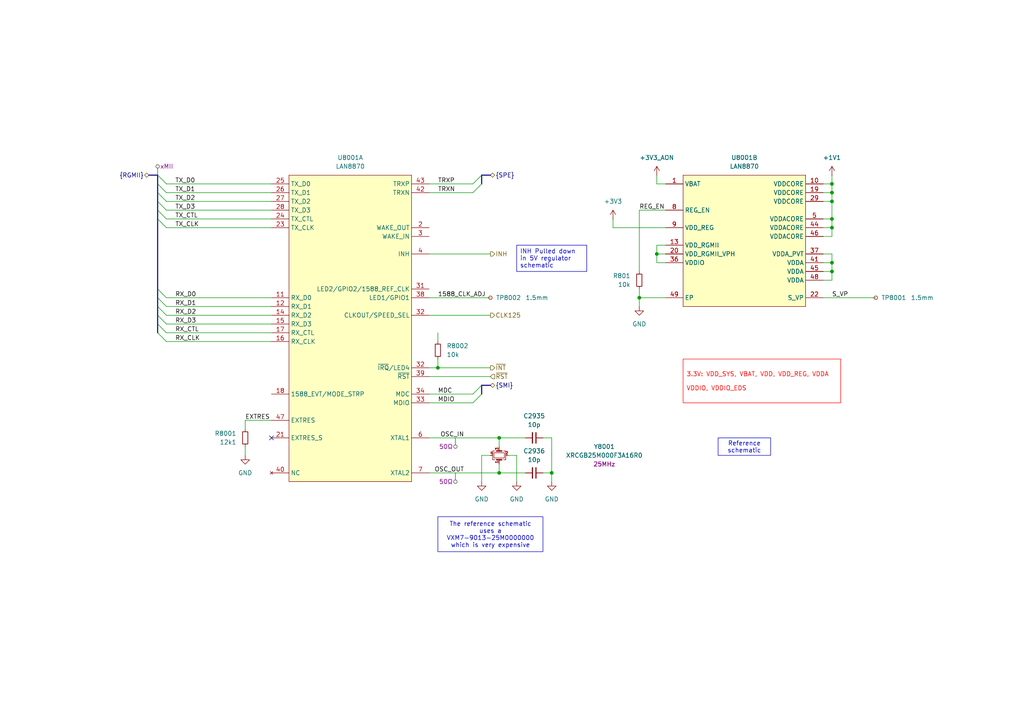
<source format=kicad_sch>
(kicad_sch
	(version 20250114)
	(generator "eeschema")
	(generator_version "9.0")
	(uuid "a4112364-f2e2-479c-b6a9-7f597f764249")
	(paper "A4")
	(lib_symbols
		(symbol "Connector:TestPoint_Small"
			(pin_numbers
				(hide yes)
			)
			(pin_names
				(offset 0.762)
				(hide yes)
			)
			(exclude_from_sim no)
			(in_bom yes)
			(on_board yes)
			(property "Reference" "TP"
				(at 0 3.81 0)
				(effects
					(font
						(size 1.27 1.27)
					)
				)
			)
			(property "Value" "TestPoint_Small"
				(at 0 2.032 0)
				(effects
					(font
						(size 1.27 1.27)
					)
				)
			)
			(property "Footprint" ""
				(at 5.08 0 0)
				(effects
					(font
						(size 1.27 1.27)
					)
					(hide yes)
				)
			)
			(property "Datasheet" "~"
				(at 5.08 0 0)
				(effects
					(font
						(size 1.27 1.27)
					)
					(hide yes)
				)
			)
			(property "Description" "test point"
				(at 0 0 0)
				(effects
					(font
						(size 1.27 1.27)
					)
					(hide yes)
				)
			)
			(property "ki_keywords" "test point tp"
				(at 0 0 0)
				(effects
					(font
						(size 1.27 1.27)
					)
					(hide yes)
				)
			)
			(property "ki_fp_filters" "Pin* Test*"
				(at 0 0 0)
				(effects
					(font
						(size 1.27 1.27)
					)
					(hide yes)
				)
			)
			(symbol "TestPoint_Small_0_1"
				(circle
					(center 0 0)
					(radius 0.508)
					(stroke
						(width 0)
						(type default)
					)
					(fill
						(type none)
					)
				)
			)
			(symbol "TestPoint_Small_1_1"
				(pin passive line
					(at 0 0 90)
					(length 0)
					(name "1"
						(effects
							(font
								(size 1.27 1.27)
							)
						)
					)
					(number "1"
						(effects
							(font
								(size 1.27 1.27)
							)
						)
					)
				)
			)
			(embedded_fonts no)
		)
		(symbol "DEV:C_SMALL"
			(pin_numbers
				(hide yes)
			)
			(pin_names
				(offset 0.254)
				(hide yes)
			)
			(exclude_from_sim no)
			(in_bom yes)
			(on_board yes)
			(property "Reference" "C"
				(at 0.254 1.778 0)
				(effects
					(font
						(size 1.27 1.27)
					)
					(justify left)
				)
			)
			(property "Value" "SMALL"
				(at 0.254 -2.032 0)
				(effects
					(font
						(size 1.27 1.27)
					)
					(justify left)
				)
			)
			(property "Footprint" ""
				(at 0 0 0)
				(effects
					(font
						(size 1.27 1.27)
					)
					(hide yes)
				)
			)
			(property "Datasheet" "~"
				(at 0 0 0)
				(effects
					(font
						(size 1.27 1.27)
					)
					(hide yes)
				)
			)
			(property "Description" "Unpolarized capacitor, small symbol"
				(at 0 0 0)
				(effects
					(font
						(size 1.27 1.27)
					)
					(hide yes)
				)
			)
			(property "ki_keywords" "capacitor cap"
				(at 0 0 0)
				(effects
					(font
						(size 1.27 1.27)
					)
					(hide yes)
				)
			)
			(property "ki_fp_filters" "C_*"
				(at 0 0 0)
				(effects
					(font
						(size 1.27 1.27)
					)
					(hide yes)
				)
			)
			(symbol "C_SMALL_0_1"
				(polyline
					(pts
						(xy -1.524 0.508) (xy 1.524 0.508)
					)
					(stroke
						(width 0.3048)
						(type default)
					)
					(fill
						(type none)
					)
				)
				(polyline
					(pts
						(xy -1.524 -0.508) (xy 1.524 -0.508)
					)
					(stroke
						(width 0.3302)
						(type default)
					)
					(fill
						(type none)
					)
				)
			)
			(symbol "C_SMALL_1_1"
				(pin passive line
					(at 0 2.54 270)
					(length 2.032)
					(name "~"
						(effects
							(font
								(size 1.27 1.27)
							)
						)
					)
					(number "1"
						(effects
							(font
								(size 1.27 1.27)
							)
						)
					)
				)
				(pin passive line
					(at 0 -2.54 90)
					(length 2.032)
					(name "~"
						(effects
							(font
								(size 1.27 1.27)
							)
						)
					)
					(number "2"
						(effects
							(font
								(size 1.27 1.27)
							)
						)
					)
				)
			)
			(embedded_fonts no)
		)
		(symbol "DEV:R_SMALL"
			(pin_numbers
				(hide yes)
			)
			(pin_names
				(offset 0.254)
				(hide yes)
			)
			(exclude_from_sim no)
			(in_bom yes)
			(on_board yes)
			(property "Reference" "R"
				(at 0 0 90)
				(effects
					(font
						(size 1.27 1.27)
					)
				)
			)
			(property "Value" "R_SMALL"
				(at 1.778 0 90)
				(effects
					(font
						(size 1.27 1.27)
					)
				)
			)
			(property "Footprint" ""
				(at 0 0 0)
				(effects
					(font
						(size 1.27 1.27)
					)
					(hide yes)
				)
			)
			(property "Datasheet" "~"
				(at 0 0 0)
				(effects
					(font
						(size 1.27 1.27)
					)
					(hide yes)
				)
			)
			(property "Description" "Resistor, small symbol"
				(at 0 0 0)
				(effects
					(font
						(size 1.27 1.27)
					)
					(hide yes)
				)
			)
			(property "ki_keywords" "R resistor"
				(at 0 0 0)
				(effects
					(font
						(size 1.27 1.27)
					)
					(hide yes)
				)
			)
			(property "ki_fp_filters" "R_*"
				(at 0 0 0)
				(effects
					(font
						(size 1.27 1.27)
					)
					(hide yes)
				)
			)
			(symbol "R_SMALL_0_1"
				(rectangle
					(start -0.762 1.778)
					(end 0.762 -1.778)
					(stroke
						(width 0.2032)
						(type default)
					)
					(fill
						(type none)
					)
				)
			)
			(symbol "R_SMALL_1_1"
				(pin passive line
					(at 0 2.54 270)
					(length 0.762)
					(name "~"
						(effects
							(font
								(size 1.27 1.27)
							)
						)
					)
					(number "1"
						(effects
							(font
								(size 1.27 1.27)
							)
						)
					)
				)
				(pin passive line
					(at 0 -2.54 90)
					(length 0.762)
					(name "~"
						(effects
							(font
								(size 1.27 1.27)
							)
						)
					)
					(number "2"
						(effects
							(font
								(size 1.27 1.27)
							)
						)
					)
				)
			)
			(embedded_fonts no)
		)
		(symbol "Device:Crystal_GND24_Small"
			(pin_names
				(offset 1.016)
				(hide yes)
			)
			(exclude_from_sim no)
			(in_bom yes)
			(on_board yes)
			(property "Reference" "Y"
				(at 1.27 4.445 0)
				(effects
					(font
						(size 1.27 1.27)
					)
					(justify left)
				)
			)
			(property "Value" "Crystal_GND24_Small"
				(at 1.27 2.54 0)
				(effects
					(font
						(size 1.27 1.27)
					)
					(justify left)
				)
			)
			(property "Footprint" ""
				(at 0 0 0)
				(effects
					(font
						(size 1.27 1.27)
					)
					(hide yes)
				)
			)
			(property "Datasheet" "~"
				(at 0 0 0)
				(effects
					(font
						(size 1.27 1.27)
					)
					(hide yes)
				)
			)
			(property "Description" "Four pin crystal, GND on pins 2 and 4, small symbol"
				(at 0 0 0)
				(effects
					(font
						(size 1.27 1.27)
					)
					(hide yes)
				)
			)
			(property "ki_keywords" "quartz ceramic resonator oscillator"
				(at 0 0 0)
				(effects
					(font
						(size 1.27 1.27)
					)
					(hide yes)
				)
			)
			(property "ki_fp_filters" "Crystal*"
				(at 0 0 0)
				(effects
					(font
						(size 1.27 1.27)
					)
					(hide yes)
				)
			)
			(symbol "Crystal_GND24_Small_0_1"
				(polyline
					(pts
						(xy -1.27 1.27) (xy -1.27 1.905) (xy 1.27 1.905) (xy 1.27 1.27)
					)
					(stroke
						(width 0)
						(type default)
					)
					(fill
						(type none)
					)
				)
				(polyline
					(pts
						(xy -1.27 -0.762) (xy -1.27 0.762)
					)
					(stroke
						(width 0.381)
						(type default)
					)
					(fill
						(type none)
					)
				)
				(polyline
					(pts
						(xy -1.27 -1.27) (xy -1.27 -1.905) (xy 1.27 -1.905) (xy 1.27 -1.27)
					)
					(stroke
						(width 0)
						(type default)
					)
					(fill
						(type none)
					)
				)
				(rectangle
					(start -0.762 -1.524)
					(end 0.762 1.524)
					(stroke
						(width 0)
						(type default)
					)
					(fill
						(type none)
					)
				)
				(polyline
					(pts
						(xy 1.27 -0.762) (xy 1.27 0.762)
					)
					(stroke
						(width 0.381)
						(type default)
					)
					(fill
						(type none)
					)
				)
			)
			(symbol "Crystal_GND24_Small_1_1"
				(pin passive line
					(at -2.54 0 0)
					(length 1.27)
					(name "1"
						(effects
							(font
								(size 1.27 1.27)
							)
						)
					)
					(number "1"
						(effects
							(font
								(size 0.762 0.762)
							)
						)
					)
				)
				(pin passive line
					(at 0 2.54 270)
					(length 0.635)
					(name "4"
						(effects
							(font
								(size 1.27 1.27)
							)
						)
					)
					(number "4"
						(effects
							(font
								(size 0.762 0.762)
							)
						)
					)
				)
				(pin passive line
					(at 0 -2.54 90)
					(length 0.635)
					(name "2"
						(effects
							(font
								(size 1.27 1.27)
							)
						)
					)
					(number "2"
						(effects
							(font
								(size 0.762 0.762)
							)
						)
					)
				)
				(pin passive line
					(at 2.54 0 180)
					(length 1.27)
					(name "3"
						(effects
							(font
								(size 1.27 1.27)
							)
						)
					)
					(number "3"
						(effects
							(font
								(size 0.762 0.762)
							)
						)
					)
				)
			)
			(embedded_fonts no)
		)
		(symbol "ETH-PHY:LAN8870"
			(exclude_from_sim no)
			(in_bom yes)
			(on_board yes)
			(property "Reference" "U"
				(at 0 5.08 0)
				(effects
					(font
						(size 1.27 1.27)
					)
				)
			)
			(property "Value" "LAN8870"
				(at 0 2.54 0)
				(effects
					(font
						(size 1.27 1.27)
					)
				)
			)
			(property "Footprint" "project_footprints:lan8870"
				(at 0 -99.06 0)
				(effects
					(font
						(size 1.27 1.27)
					)
					(hide yes)
				)
			)
			(property "Datasheet" "https://ww1.microchip.com/downloads/aemDocuments/documents/UNG/ProductDocuments/ProductBrief/LAN8870-LAN8871-LAN8872-Product-Brief-DS00004469.pdf"
				(at 0 -106.68 0)
				(effects
					(font
						(size 1.27 1.27)
					)
					(hide yes)
				)
			)
			(property "Description" "100/1000BASE-T1 PHY"
				(at 0 -102.87 0)
				(effects
					(font
						(size 1.27 1.27)
					)
					(hide yes)
				)
			)
			(property "ki_locked" ""
				(at 0 0 0)
				(effects
					(font
						(size 1.27 1.27)
					)
				)
			)
			(property "ki_keywords" "100BASE-T1 1000BASE-T1 SGMII RGMII PHY"
				(at 0 0 0)
				(effects
					(font
						(size 1.27 1.27)
					)
					(hide yes)
				)
			)
			(symbol "LAN8870_1_1"
				(rectangle
					(start -17.78 0)
					(end 17.78 -96.52)
					(stroke
						(width 0)
						(type solid)
					)
					(fill
						(type background)
					)
				)
				(pin input line
					(at -22.86 -2.54 0)
					(length 5.08)
					(name "TX_D0"
						(effects
							(font
								(size 1.27 1.27)
							)
						)
					)
					(number "25"
						(effects
							(font
								(size 1.27 1.27)
							)
						)
					)
				)
				(pin input line
					(at -22.86 -5.08 0)
					(length 5.08)
					(name "TX_D1"
						(effects
							(font
								(size 1.27 1.27)
							)
						)
					)
					(number "26"
						(effects
							(font
								(size 1.27 1.27)
							)
						)
					)
				)
				(pin input line
					(at -22.86 -7.62 0)
					(length 5.08)
					(name "TX_D2"
						(effects
							(font
								(size 1.27 1.27)
							)
						)
					)
					(number "27"
						(effects
							(font
								(size 1.27 1.27)
							)
						)
					)
				)
				(pin input line
					(at -22.86 -10.16 0)
					(length 5.08)
					(name "TX_D3"
						(effects
							(font
								(size 1.27 1.27)
							)
						)
					)
					(number "28"
						(effects
							(font
								(size 1.27 1.27)
							)
						)
					)
				)
				(pin input line
					(at -22.86 -12.7 0)
					(length 5.08)
					(name "TX_CTL"
						(effects
							(font
								(size 1.27 1.27)
							)
						)
					)
					(number "24"
						(effects
							(font
								(size 1.27 1.27)
							)
						)
					)
				)
				(pin input line
					(at -22.86 -15.24 0)
					(length 5.08)
					(name "TX_CLK"
						(effects
							(font
								(size 1.27 1.27)
							)
						)
					)
					(number "23"
						(effects
							(font
								(size 1.27 1.27)
							)
						)
					)
				)
				(pin output line
					(at -22.86 -35.56 0)
					(length 5.08)
					(name "RX_D0"
						(effects
							(font
								(size 1.27 1.27)
							)
						)
					)
					(number "11"
						(effects
							(font
								(size 1.27 1.27)
							)
						)
					)
				)
				(pin output line
					(at -22.86 -38.1 0)
					(length 5.08)
					(name "RX_D1"
						(effects
							(font
								(size 1.27 1.27)
							)
						)
					)
					(number "12"
						(effects
							(font
								(size 1.27 1.27)
							)
						)
					)
				)
				(pin output line
					(at -22.86 -40.64 0)
					(length 5.08)
					(name "RX_D2"
						(effects
							(font
								(size 1.27 1.27)
							)
						)
					)
					(number "14"
						(effects
							(font
								(size 1.27 1.27)
							)
						)
					)
				)
				(pin output line
					(at -22.86 -43.18 0)
					(length 5.08)
					(name "RX_D3"
						(effects
							(font
								(size 1.27 1.27)
							)
						)
					)
					(number "15"
						(effects
							(font
								(size 1.27 1.27)
							)
						)
					)
				)
				(pin output line
					(at -22.86 -45.72 0)
					(length 5.08)
					(name "RX_CTL"
						(effects
							(font
								(size 1.27 1.27)
							)
						)
					)
					(number "17"
						(effects
							(font
								(size 1.27 1.27)
							)
						)
					)
				)
				(pin output line
					(at -22.86 -48.26 0)
					(length 5.08)
					(name "RX_CLK"
						(effects
							(font
								(size 1.27 1.27)
							)
						)
					)
					(number "16"
						(effects
							(font
								(size 1.27 1.27)
							)
						)
					)
				)
				(pin input line
					(at -22.86 -60.96 0)
					(length 5.08)
					(name "XTAL1"
						(effects
							(font
								(size 1.27 1.27)
							)
						)
					)
					(number "6"
						(effects
							(font
								(size 1.27 1.27)
							)
						)
					)
				)
				(pin output line
					(at -22.86 -71.12 0)
					(length 5.08)
					(name "XTAL2"
						(effects
							(font
								(size 1.27 1.27)
							)
						)
					)
					(number "7"
						(effects
							(font
								(size 1.27 1.27)
							)
						)
					)
				)
				(pin passive line
					(at -22.86 -78.74 0)
					(length 5.08)
					(name "EXTRES"
						(effects
							(font
								(size 1.27 1.27)
							)
						)
					)
					(number "47"
						(effects
							(font
								(size 1.27 1.27)
							)
						)
					)
				)
				(pin output line
					(at -22.86 -88.9 0)
					(length 5.08)
					(name "1588_EVT/MODE_STRP"
						(effects
							(font
								(size 1.27 1.27)
							)
						)
					)
					(number "18"
						(effects
							(font
								(size 1.27 1.27)
							)
						)
					)
				)
				(pin passive line
					(at -22.86 -93.98 0)
					(length 5.08)
					(name "EXTRES_S"
						(effects
							(font
								(size 1.27 1.27)
							)
						)
					)
					(number "21"
						(effects
							(font
								(size 1.27 1.27)
							)
						)
					)
				)
				(pin bidirectional line
					(at 22.86 -2.54 180)
					(length 5.08)
					(name "TRXP"
						(effects
							(font
								(size 1.27 1.27)
							)
						)
					)
					(number "43"
						(effects
							(font
								(size 1.27 1.27)
							)
						)
					)
				)
				(pin bidirectional line
					(at 22.86 -5.08 180)
					(length 5.08)
					(name "TRXN"
						(effects
							(font
								(size 1.27 1.27)
							)
						)
					)
					(number "42"
						(effects
							(font
								(size 1.27 1.27)
							)
						)
					)
				)
				(pin output line
					(at 22.86 -10.16 180)
					(length 5.08)
					(name "WAKE_OUT"
						(effects
							(font
								(size 1.27 1.27)
							)
						)
					)
					(number "2"
						(effects
							(font
								(size 1.27 1.27)
							)
						)
					)
				)
				(pin bidirectional line
					(at 22.86 -12.7 180)
					(length 5.08)
					(name "WAKE_IN"
						(effects
							(font
								(size 1.27 1.27)
							)
						)
					)
					(number "3"
						(effects
							(font
								(size 1.27 1.27)
							)
						)
					)
				)
				(pin bidirectional line
					(at 22.86 -17.78 180)
					(length 5.08)
					(name "INH"
						(effects
							(font
								(size 1.27 1.27)
							)
						)
					)
					(number "4"
						(effects
							(font
								(size 1.27 1.27)
							)
						)
					)
				)
				(pin no_connect line
					(at 22.86 -22.86 180)
					(length 5.08)
					(name "NC"
						(effects
							(font
								(size 1.27 1.27)
							)
						)
					)
					(number "40"
						(effects
							(font
								(size 1.27 1.27)
							)
						)
					)
				)
				(pin output line
					(at 22.86 -27.94 180)
					(length 5.08)
					(name "LED2/GPIO2/1588_REF_CLK"
						(effects
							(font
								(size 1.27 1.27)
							)
						)
					)
					(number "31"
						(effects
							(font
								(size 1.27 1.27)
							)
						)
					)
				)
				(pin input line
					(at 22.86 -30.48 180)
					(length 5.08)
					(name "LED1/GPIO1"
						(effects
							(font
								(size 1.27 1.27)
							)
						)
					)
					(number "38"
						(effects
							(font
								(size 1.27 1.27)
							)
						)
					)
				)
				(pin output line
					(at 22.86 -35.56 180)
					(length 5.08)
					(name "CLKOUT/SPEED_SEL"
						(effects
							(font
								(size 1.27 1.27)
							)
						)
					)
					(number "32"
						(effects
							(font
								(size 1.27 1.27)
							)
						)
					)
				)
				(pin output line
					(at 22.86 -40.64 180)
					(length 5.08)
					(name "~{IRQ}/LED4"
						(effects
							(font
								(size 1.27 1.27)
							)
						)
					)
					(number "32"
						(effects
							(font
								(size 1.27 1.27)
							)
						)
					)
				)
				(pin input line
					(at 22.86 -45.72 180)
					(length 5.08)
					(name "MDC"
						(effects
							(font
								(size 1.27 1.27)
							)
						)
					)
					(number "34"
						(effects
							(font
								(size 1.27 1.27)
							)
						)
					)
				)
				(pin bidirectional line
					(at 22.86 -48.26 180)
					(length 5.08)
					(name "MDIO"
						(effects
							(font
								(size 1.27 1.27)
							)
						)
					)
					(number "33"
						(effects
							(font
								(size 1.27 1.27)
							)
						)
					)
				)
				(pin input line
					(at 22.86 -58.42 180)
					(length 5.08)
					(name "RESET_N"
						(effects
							(font
								(size 1.27 1.27)
							)
						)
					)
					(number "39"
						(effects
							(font
								(size 1.27 1.27)
							)
						)
					)
				)
			)
			(symbol "LAN8870_2_1"
				(rectangle
					(start -17.78 0)
					(end 17.78 -38.1)
					(stroke
						(width 0)
						(type solid)
					)
					(fill
						(type background)
					)
				)
				(pin power_in line
					(at -22.86 -2.54 0)
					(length 5.08)
					(name "VBAT"
						(effects
							(font
								(size 1.27 1.27)
							)
						)
					)
					(number "1"
						(effects
							(font
								(size 1.27 1.27)
							)
						)
					)
				)
				(pin input line
					(at -22.86 -10.16 0)
					(length 5.08)
					(name "REG_EN"
						(effects
							(font
								(size 1.27 1.27)
							)
						)
					)
					(number "8"
						(effects
							(font
								(size 1.27 1.27)
							)
						)
					)
				)
				(pin power_in line
					(at -22.86 -15.24 0)
					(length 5.08)
					(name "VDD_REG"
						(effects
							(font
								(size 1.27 1.27)
							)
						)
					)
					(number "9"
						(effects
							(font
								(size 1.27 1.27)
							)
						)
					)
				)
				(pin power_in line
					(at -22.86 -20.32 0)
					(length 5.08)
					(name "VDD_RGMII"
						(effects
							(font
								(size 1.27 1.27)
							)
						)
					)
					(number "13"
						(effects
							(font
								(size 1.27 1.27)
							)
						)
					)
				)
				(pin power_in line
					(at -22.86 -22.86 0)
					(length 5.08)
					(name "VDD_RGMII_VPH"
						(effects
							(font
								(size 1.27 1.27)
							)
						)
					)
					(number "20"
						(effects
							(font
								(size 1.27 1.27)
							)
						)
					)
				)
				(pin power_in line
					(at -22.86 -25.4 0)
					(length 5.08)
					(name "VDDIO"
						(effects
							(font
								(size 1.27 1.27)
							)
						)
					)
					(number "36"
						(effects
							(font
								(size 1.27 1.27)
							)
						)
					)
				)
				(pin power_in line
					(at -22.86 -35.56 0)
					(length 5.08)
					(name "EP"
						(effects
							(font
								(size 1.27 1.27)
							)
						)
					)
					(number "49"
						(effects
							(font
								(size 1.27 1.27)
							)
						)
					)
				)
				(pin power_in line
					(at 22.86 -2.54 180)
					(length 5.08)
					(name "VDDCORE"
						(effects
							(font
								(size 1.27 1.27)
							)
						)
					)
					(number "10"
						(effects
							(font
								(size 1.27 1.27)
							)
						)
					)
				)
				(pin power_in line
					(at 22.86 -5.08 180)
					(length 5.08)
					(name "VDDCORE"
						(effects
							(font
								(size 1.27 1.27)
							)
						)
					)
					(number "19"
						(effects
							(font
								(size 1.27 1.27)
							)
						)
					)
				)
				(pin power_in line
					(at 22.86 -7.62 180)
					(length 5.08)
					(name "VDDCORE"
						(effects
							(font
								(size 1.27 1.27)
							)
						)
					)
					(number "29"
						(effects
							(font
								(size 1.27 1.27)
							)
						)
					)
				)
				(pin power_in line
					(at 22.86 -12.7 180)
					(length 5.08)
					(name "VDDACORE"
						(effects
							(font
								(size 1.27 1.27)
							)
						)
					)
					(number "5"
						(effects
							(font
								(size 1.27 1.27)
							)
						)
					)
				)
				(pin power_in line
					(at 22.86 -15.24 180)
					(length 5.08)
					(name "VDDACORE"
						(effects
							(font
								(size 1.27 1.27)
							)
						)
					)
					(number "44"
						(effects
							(font
								(size 1.27 1.27)
							)
						)
					)
				)
				(pin power_in line
					(at 22.86 -17.78 180)
					(length 5.08)
					(name "VDDACORE"
						(effects
							(font
								(size 1.27 1.27)
							)
						)
					)
					(number "46"
						(effects
							(font
								(size 1.27 1.27)
							)
						)
					)
				)
				(pin power_in line
					(at 22.86 -22.86 180)
					(length 5.08)
					(name "VDDA_PVT"
						(effects
							(font
								(size 1.27 1.27)
							)
						)
					)
					(number "37"
						(effects
							(font
								(size 1.27 1.27)
							)
						)
					)
				)
				(pin power_in line
					(at 22.86 -25.4 180)
					(length 5.08)
					(name "VDDA"
						(effects
							(font
								(size 1.27 1.27)
							)
						)
					)
					(number "41"
						(effects
							(font
								(size 1.27 1.27)
							)
						)
					)
				)
				(pin power_in line
					(at 22.86 -27.94 180)
					(length 5.08)
					(name "VDDA"
						(effects
							(font
								(size 1.27 1.27)
							)
						)
					)
					(number "45"
						(effects
							(font
								(size 1.27 1.27)
							)
						)
					)
				)
				(pin power_in line
					(at 22.86 -30.48 180)
					(length 5.08)
					(name "VDDA"
						(effects
							(font
								(size 1.27 1.27)
							)
						)
					)
					(number "48"
						(effects
							(font
								(size 1.27 1.27)
							)
						)
					)
				)
				(pin power_in line
					(at 22.86 -35.56 180)
					(length 5.08)
					(name "S_VP"
						(effects
							(font
								(size 1.27 1.27)
							)
						)
					)
					(number "22"
						(effects
							(font
								(size 1.27 1.27)
							)
						)
					)
				)
			)
			(embedded_fonts no)
		)
		(symbol "LAN8870_1"
			(exclude_from_sim no)
			(in_bom yes)
			(on_board yes)
			(property "Reference" "U"
				(at 0 5.08 0)
				(effects
					(font
						(size 1.27 1.27)
					)
				)
			)
			(property "Value" "LAN8870"
				(at 0 2.54 0)
				(effects
					(font
						(size 1.27 1.27)
					)
				)
			)
			(property "Footprint" "project_footprints:lan8870"
				(at 0 -91.44 0)
				(effects
					(font
						(size 1.27 1.27)
					)
					(hide yes)
				)
			)
			(property "Datasheet" "https://ww1.microchip.com/downloads/aemDocuments/documents/UNG/ProductDocuments/ProductBrief/LAN8870-LAN8871-LAN8872-Product-Brief-DS00004469.pdf"
				(at 0 -99.06 0)
				(effects
					(font
						(size 1.27 1.27)
					)
					(hide yes)
				)
			)
			(property "Description" "100/1000BASE-T1 PHY"
				(at 0 -95.25 0)
				(effects
					(font
						(size 1.27 1.27)
					)
					(hide yes)
				)
			)
			(property "ki_locked" ""
				(at 0 0 0)
				(effects
					(font
						(size 1.27 1.27)
					)
				)
			)
			(property "ki_keywords" "100BASE-T1 1000BASE-T1 SGMII RGMII PHY"
				(at 0 0 0)
				(effects
					(font
						(size 1.27 1.27)
					)
					(hide yes)
				)
			)
			(symbol "LAN8870_1_1_1"
				(rectangle
					(start -17.78 0)
					(end 17.78 -88.9)
					(stroke
						(width 0)
						(type solid)
					)
					(fill
						(type background)
					)
				)
				(pin input line
					(at -22.86 -2.54 0)
					(length 5.08)
					(name "TX_D0"
						(effects
							(font
								(size 1.27 1.27)
							)
						)
					)
					(number "25"
						(effects
							(font
								(size 1.27 1.27)
							)
						)
					)
				)
				(pin input line
					(at -22.86 -5.08 0)
					(length 5.08)
					(name "TX_D1"
						(effects
							(font
								(size 1.27 1.27)
							)
						)
					)
					(number "26"
						(effects
							(font
								(size 1.27 1.27)
							)
						)
					)
				)
				(pin input line
					(at -22.86 -7.62 0)
					(length 5.08)
					(name "TX_D2"
						(effects
							(font
								(size 1.27 1.27)
							)
						)
					)
					(number "27"
						(effects
							(font
								(size 1.27 1.27)
							)
						)
					)
				)
				(pin input line
					(at -22.86 -10.16 0)
					(length 5.08)
					(name "TX_D3"
						(effects
							(font
								(size 1.27 1.27)
							)
						)
					)
					(number "28"
						(effects
							(font
								(size 1.27 1.27)
							)
						)
					)
				)
				(pin input line
					(at -22.86 -12.7 0)
					(length 5.08)
					(name "TX_CTL"
						(effects
							(font
								(size 1.27 1.27)
							)
						)
					)
					(number "24"
						(effects
							(font
								(size 1.27 1.27)
							)
						)
					)
				)
				(pin input line
					(at -22.86 -15.24 0)
					(length 5.08)
					(name "TX_CLK"
						(effects
							(font
								(size 1.27 1.27)
							)
						)
					)
					(number "23"
						(effects
							(font
								(size 1.27 1.27)
							)
						)
					)
				)
				(pin output line
					(at -22.86 -35.56 0)
					(length 5.08)
					(name "RX_D0"
						(effects
							(font
								(size 1.27 1.27)
							)
						)
					)
					(number "11"
						(effects
							(font
								(size 1.27 1.27)
							)
						)
					)
				)
				(pin output line
					(at -22.86 -38.1 0)
					(length 5.08)
					(name "RX_D1"
						(effects
							(font
								(size 1.27 1.27)
							)
						)
					)
					(number "12"
						(effects
							(font
								(size 1.27 1.27)
							)
						)
					)
				)
				(pin output line
					(at -22.86 -40.64 0)
					(length 5.08)
					(name "RX_D2"
						(effects
							(font
								(size 1.27 1.27)
							)
						)
					)
					(number "14"
						(effects
							(font
								(size 1.27 1.27)
							)
						)
					)
				)
				(pin output line
					(at -22.86 -43.18 0)
					(length 5.08)
					(name "RX_D3"
						(effects
							(font
								(size 1.27 1.27)
							)
						)
					)
					(number "15"
						(effects
							(font
								(size 1.27 1.27)
							)
						)
					)
				)
				(pin output line
					(at -22.86 -45.72 0)
					(length 5.08)
					(name "RX_CTL"
						(effects
							(font
								(size 1.27 1.27)
							)
						)
					)
					(number "17"
						(effects
							(font
								(size 1.27 1.27)
							)
						)
					)
				)
				(pin output line
					(at -22.86 -48.26 0)
					(length 5.08)
					(name "RX_CLK"
						(effects
							(font
								(size 1.27 1.27)
							)
						)
					)
					(number "16"
						(effects
							(font
								(size 1.27 1.27)
							)
						)
					)
				)
				(pin output line
					(at -22.86 -63.5 0)
					(length 5.08)
					(name "1588_EVT/MODE_STRP"
						(effects
							(font
								(size 1.27 1.27)
							)
						)
					)
					(number "18"
						(effects
							(font
								(size 1.27 1.27)
							)
						)
					)
				)
				(pin passive line
					(at -22.86 -71.12 0)
					(length 5.08)
					(name "EXTRES"
						(effects
							(font
								(size 1.27 1.27)
							)
						)
					)
					(number "47"
						(effects
							(font
								(size 1.27 1.27)
							)
						)
					)
				)
				(pin passive line
					(at -22.86 -76.2 0)
					(length 5.08)
					(name "EXTRES_S"
						(effects
							(font
								(size 1.27 1.27)
							)
						)
					)
					(number "21"
						(effects
							(font
								(size 1.27 1.27)
							)
						)
					)
				)
				(pin no_connect line
					(at -22.86 -86.36 0)
					(length 5.08)
					(name "NC"
						(effects
							(font
								(size 1.27 1.27)
							)
						)
					)
					(number "40"
						(effects
							(font
								(size 1.27 1.27)
							)
						)
					)
				)
				(pin bidirectional line
					(at 22.86 -2.54 180)
					(length 5.08)
					(name "TRXP"
						(effects
							(font
								(size 1.27 1.27)
							)
						)
					)
					(number "43"
						(effects
							(font
								(size 1.27 1.27)
							)
						)
					)
				)
				(pin bidirectional line
					(at 22.86 -5.08 180)
					(length 5.08)
					(name "TRXN"
						(effects
							(font
								(size 1.27 1.27)
							)
						)
					)
					(number "42"
						(effects
							(font
								(size 1.27 1.27)
							)
						)
					)
				)
				(pin output line
					(at 22.86 -15.24 180)
					(length 5.08)
					(name "WAKE_OUT"
						(effects
							(font
								(size 1.27 1.27)
							)
						)
					)
					(number "2"
						(effects
							(font
								(size 1.27 1.27)
							)
						)
					)
				)
				(pin bidirectional line
					(at 22.86 -17.78 180)
					(length 5.08)
					(name "WAKE_IN"
						(effects
							(font
								(size 1.27 1.27)
							)
						)
					)
					(number "3"
						(effects
							(font
								(size 1.27 1.27)
							)
						)
					)
				)
				(pin bidirectional line
					(at 22.86 -22.86 180)
					(length 5.08)
					(name "INH"
						(effects
							(font
								(size 1.27 1.27)
							)
						)
					)
					(number "4"
						(effects
							(font
								(size 1.27 1.27)
							)
						)
					)
				)
				(pin output line
					(at 22.86 -33.02 180)
					(length 5.08)
					(name "LED2/GPIO2/1588_REF_CLK"
						(effects
							(font
								(size 1.27 1.27)
							)
						)
					)
					(number "31"
						(effects
							(font
								(size 1.27 1.27)
							)
						)
					)
				)
				(pin input line
					(at 22.86 -35.56 180)
					(length 5.08)
					(name "LED1/GPIO1"
						(effects
							(font
								(size 1.27 1.27)
							)
						)
					)
					(number "38"
						(effects
							(font
								(size 1.27 1.27)
							)
						)
					)
				)
				(pin output line
					(at 22.86 -40.64 180)
					(length 5.08)
					(name "CLKOUT/SPEED_SEL"
						(effects
							(font
								(size 1.27 1.27)
							)
						)
					)
					(number "32"
						(effects
							(font
								(size 1.27 1.27)
							)
						)
					)
				)
				(pin output line
					(at 22.86 -55.88 180)
					(length 5.08)
					(name "~{IRQ}/LED4"
						(effects
							(font
								(size 1.27 1.27)
							)
						)
					)
					(number "32"
						(effects
							(font
								(size 1.27 1.27)
							)
						)
					)
				)
				(pin input line
					(at 22.86 -58.42 180)
					(length 5.08)
					(name "~{RST}"
						(effects
							(font
								(size 1.27 1.27)
							)
						)
					)
					(number "39"
						(effects
							(font
								(size 1.27 1.27)
							)
						)
					)
				)
				(pin input line
					(at 22.86 -63.5 180)
					(length 5.08)
					(name "MDC"
						(effects
							(font
								(size 1.27 1.27)
							)
						)
					)
					(number "34"
						(effects
							(font
								(size 1.27 1.27)
							)
						)
					)
				)
				(pin bidirectional line
					(at 22.86 -66.04 180)
					(length 5.08)
					(name "MDIO"
						(effects
							(font
								(size 1.27 1.27)
							)
						)
					)
					(number "33"
						(effects
							(font
								(size 1.27 1.27)
							)
						)
					)
				)
				(pin input line
					(at 22.86 -76.2 180)
					(length 5.08)
					(name "XTAL1"
						(effects
							(font
								(size 1.27 1.27)
							)
						)
					)
					(number "6"
						(effects
							(font
								(size 1.27 1.27)
							)
						)
					)
				)
				(pin output line
					(at 22.86 -86.36 180)
					(length 5.08)
					(name "XTAL2"
						(effects
							(font
								(size 1.27 1.27)
							)
						)
					)
					(number "7"
						(effects
							(font
								(size 1.27 1.27)
							)
						)
					)
				)
			)
			(symbol "LAN8870_1_2_1"
				(rectangle
					(start -17.78 0)
					(end 17.78 -38.1)
					(stroke
						(width 0)
						(type solid)
					)
					(fill
						(type background)
					)
				)
				(pin power_in line
					(at -22.86 -2.54 0)
					(length 5.08)
					(name "VBAT"
						(effects
							(font
								(size 1.27 1.27)
							)
						)
					)
					(number "1"
						(effects
							(font
								(size 1.27 1.27)
							)
						)
					)
				)
				(pin input line
					(at -22.86 -10.16 0)
					(length 5.08)
					(name "REG_EN"
						(effects
							(font
								(size 1.27 1.27)
							)
						)
					)
					(number "8"
						(effects
							(font
								(size 1.27 1.27)
							)
						)
					)
				)
				(pin power_in line
					(at -22.86 -15.24 0)
					(length 5.08)
					(name "VDD_REG"
						(effects
							(font
								(size 1.27 1.27)
							)
						)
					)
					(number "9"
						(effects
							(font
								(size 1.27 1.27)
							)
						)
					)
				)
				(pin power_in line
					(at -22.86 -20.32 0)
					(length 5.08)
					(name "VDD_RGMII"
						(effects
							(font
								(size 1.27 1.27)
							)
						)
					)
					(number "13"
						(effects
							(font
								(size 1.27 1.27)
							)
						)
					)
				)
				(pin power_in line
					(at -22.86 -22.86 0)
					(length 5.08)
					(name "VDD_RGMII_VPH"
						(effects
							(font
								(size 1.27 1.27)
							)
						)
					)
					(number "20"
						(effects
							(font
								(size 1.27 1.27)
							)
						)
					)
				)
				(pin power_in line
					(at -22.86 -25.4 0)
					(length 5.08)
					(name "VDDIO"
						(effects
							(font
								(size 1.27 1.27)
							)
						)
					)
					(number "36"
						(effects
							(font
								(size 1.27 1.27)
							)
						)
					)
				)
				(pin power_in line
					(at -22.86 -35.56 0)
					(length 5.08)
					(name "EP"
						(effects
							(font
								(size 1.27 1.27)
							)
						)
					)
					(number "49"
						(effects
							(font
								(size 1.27 1.27)
							)
						)
					)
				)
				(pin power_in line
					(at 22.86 -2.54 180)
					(length 5.08)
					(name "VDDCORE"
						(effects
							(font
								(size 1.27 1.27)
							)
						)
					)
					(number "10"
						(effects
							(font
								(size 1.27 1.27)
							)
						)
					)
				)
				(pin power_in line
					(at 22.86 -5.08 180)
					(length 5.08)
					(name "VDDCORE"
						(effects
							(font
								(size 1.27 1.27)
							)
						)
					)
					(number "19"
						(effects
							(font
								(size 1.27 1.27)
							)
						)
					)
				)
				(pin power_in line
					(at 22.86 -7.62 180)
					(length 5.08)
					(name "VDDCORE"
						(effects
							(font
								(size 1.27 1.27)
							)
						)
					)
					(number "29"
						(effects
							(font
								(size 1.27 1.27)
							)
						)
					)
				)
				(pin power_in line
					(at 22.86 -12.7 180)
					(length 5.08)
					(name "VDDACORE"
						(effects
							(font
								(size 1.27 1.27)
							)
						)
					)
					(number "5"
						(effects
							(font
								(size 1.27 1.27)
							)
						)
					)
				)
				(pin power_in line
					(at 22.86 -15.24 180)
					(length 5.08)
					(name "VDDACORE"
						(effects
							(font
								(size 1.27 1.27)
							)
						)
					)
					(number "44"
						(effects
							(font
								(size 1.27 1.27)
							)
						)
					)
				)
				(pin power_in line
					(at 22.86 -17.78 180)
					(length 5.08)
					(name "VDDACORE"
						(effects
							(font
								(size 1.27 1.27)
							)
						)
					)
					(number "46"
						(effects
							(font
								(size 1.27 1.27)
							)
						)
					)
				)
				(pin power_in line
					(at 22.86 -22.86 180)
					(length 5.08)
					(name "VDDA_PVT"
						(effects
							(font
								(size 1.27 1.27)
							)
						)
					)
					(number "37"
						(effects
							(font
								(size 1.27 1.27)
							)
						)
					)
				)
				(pin power_in line
					(at 22.86 -25.4 180)
					(length 5.08)
					(name "VDDA"
						(effects
							(font
								(size 1.27 1.27)
							)
						)
					)
					(number "41"
						(effects
							(font
								(size 1.27 1.27)
							)
						)
					)
				)
				(pin power_in line
					(at 22.86 -27.94 180)
					(length 5.08)
					(name "VDDA"
						(effects
							(font
								(size 1.27 1.27)
							)
						)
					)
					(number "45"
						(effects
							(font
								(size 1.27 1.27)
							)
						)
					)
				)
				(pin power_in line
					(at 22.86 -30.48 180)
					(length 5.08)
					(name "VDDA"
						(effects
							(font
								(size 1.27 1.27)
							)
						)
					)
					(number "48"
						(effects
							(font
								(size 1.27 1.27)
							)
						)
					)
				)
				(pin power_in line
					(at 22.86 -35.56 180)
					(length 5.08)
					(name "S_VP"
						(effects
							(font
								(size 1.27 1.27)
							)
						)
					)
					(number "22"
						(effects
							(font
								(size 1.27 1.27)
							)
						)
					)
				)
			)
			(embedded_fonts no)
		)
		(symbol "PWR-SYM:+3V3_AON"
			(power)
			(pin_numbers
				(hide yes)
			)
			(pin_names
				(offset 0)
				(hide yes)
			)
			(exclude_from_sim no)
			(in_bom yes)
			(on_board yes)
			(property "Reference" "#PWR"
				(at 0 -3.81 0)
				(effects
					(font
						(size 1.27 1.27)
					)
					(hide yes)
				)
			)
			(property "Value" "+3V3_AON"
				(at 0 3.556 0)
				(effects
					(font
						(size 1.27 1.27)
					)
				)
			)
			(property "Footprint" ""
				(at 0 0 0)
				(effects
					(font
						(size 1.27 1.27)
					)
					(hide yes)
				)
			)
			(property "Datasheet" ""
				(at 0 0 0)
				(effects
					(font
						(size 1.27 1.27)
					)
					(hide yes)
				)
			)
			(property "Description" "Power symbol creates a global label with name \"+3V3_AON\""
				(at 0 0 0)
				(effects
					(font
						(size 1.27 1.27)
					)
					(hide yes)
				)
			)
			(property "ki_keywords" "global power"
				(at 0 0 0)
				(effects
					(font
						(size 1.27 1.27)
					)
					(hide yes)
				)
			)
			(symbol "+3V3_AON_0_1"
				(polyline
					(pts
						(xy -0.762 1.27) (xy 0 2.54)
					)
					(stroke
						(width 0)
						(type default)
					)
					(fill
						(type none)
					)
				)
				(polyline
					(pts
						(xy 0 2.54) (xy 0.762 1.27)
					)
					(stroke
						(width 0)
						(type default)
					)
					(fill
						(type none)
					)
				)
				(polyline
					(pts
						(xy 0 0) (xy 0 2.54)
					)
					(stroke
						(width 0)
						(type default)
					)
					(fill
						(type none)
					)
				)
			)
			(symbol "+3V3_AON_1_1"
				(pin power_in line
					(at 0 0 90)
					(length 0)
					(name "~"
						(effects
							(font
								(size 1.27 1.27)
							)
						)
					)
					(number "1"
						(effects
							(font
								(size 1.27 1.27)
							)
						)
					)
				)
			)
			(embedded_fonts no)
		)
		(symbol "power:+1V1"
			(power)
			(pin_numbers
				(hide yes)
			)
			(pin_names
				(offset 0)
				(hide yes)
			)
			(exclude_from_sim no)
			(in_bom yes)
			(on_board yes)
			(property "Reference" "#PWR"
				(at 0 -3.81 0)
				(effects
					(font
						(size 1.27 1.27)
					)
					(hide yes)
				)
			)
			(property "Value" "+1V1"
				(at 0 3.556 0)
				(effects
					(font
						(size 1.27 1.27)
					)
				)
			)
			(property "Footprint" ""
				(at 0 0 0)
				(effects
					(font
						(size 1.27 1.27)
					)
					(hide yes)
				)
			)
			(property "Datasheet" ""
				(at 0 0 0)
				(effects
					(font
						(size 1.27 1.27)
					)
					(hide yes)
				)
			)
			(property "Description" "Power symbol creates a global label with name \"+1V1\""
				(at 0 0 0)
				(effects
					(font
						(size 1.27 1.27)
					)
					(hide yes)
				)
			)
			(property "ki_keywords" "global power"
				(at 0 0 0)
				(effects
					(font
						(size 1.27 1.27)
					)
					(hide yes)
				)
			)
			(symbol "+1V1_0_1"
				(polyline
					(pts
						(xy -0.762 1.27) (xy 0 2.54)
					)
					(stroke
						(width 0)
						(type default)
					)
					(fill
						(type none)
					)
				)
				(polyline
					(pts
						(xy 0 2.54) (xy 0.762 1.27)
					)
					(stroke
						(width 0)
						(type default)
					)
					(fill
						(type none)
					)
				)
				(polyline
					(pts
						(xy 0 0) (xy 0 2.54)
					)
					(stroke
						(width 0)
						(type default)
					)
					(fill
						(type none)
					)
				)
			)
			(symbol "+1V1_1_1"
				(pin power_in line
					(at 0 0 90)
					(length 0)
					(name "~"
						(effects
							(font
								(size 1.27 1.27)
							)
						)
					)
					(number "1"
						(effects
							(font
								(size 1.27 1.27)
							)
						)
					)
				)
			)
			(embedded_fonts no)
		)
		(symbol "power:+3V3"
			(power)
			(pin_numbers
				(hide yes)
			)
			(pin_names
				(offset 0)
				(hide yes)
			)
			(exclude_from_sim no)
			(in_bom yes)
			(on_board yes)
			(property "Reference" "#PWR"
				(at 0 -3.81 0)
				(effects
					(font
						(size 1.27 1.27)
					)
					(hide yes)
				)
			)
			(property "Value" "+3V3"
				(at 0 3.556 0)
				(effects
					(font
						(size 1.27 1.27)
					)
				)
			)
			(property "Footprint" ""
				(at 0 0 0)
				(effects
					(font
						(size 1.27 1.27)
					)
					(hide yes)
				)
			)
			(property "Datasheet" ""
				(at 0 0 0)
				(effects
					(font
						(size 1.27 1.27)
					)
					(hide yes)
				)
			)
			(property "Description" "Power symbol creates a global label with name \"+3V3\""
				(at 0 0 0)
				(effects
					(font
						(size 1.27 1.27)
					)
					(hide yes)
				)
			)
			(property "ki_keywords" "global power"
				(at 0 0 0)
				(effects
					(font
						(size 1.27 1.27)
					)
					(hide yes)
				)
			)
			(symbol "+3V3_0_1"
				(polyline
					(pts
						(xy -0.762 1.27) (xy 0 2.54)
					)
					(stroke
						(width 0)
						(type default)
					)
					(fill
						(type none)
					)
				)
				(polyline
					(pts
						(xy 0 2.54) (xy 0.762 1.27)
					)
					(stroke
						(width 0)
						(type default)
					)
					(fill
						(type none)
					)
				)
				(polyline
					(pts
						(xy 0 0) (xy 0 2.54)
					)
					(stroke
						(width 0)
						(type default)
					)
					(fill
						(type none)
					)
				)
			)
			(symbol "+3V3_1_1"
				(pin power_in line
					(at 0 0 90)
					(length 0)
					(name "~"
						(effects
							(font
								(size 1.27 1.27)
							)
						)
					)
					(number "1"
						(effects
							(font
								(size 1.27 1.27)
							)
						)
					)
				)
			)
			(embedded_fonts no)
		)
		(symbol "power:GND"
			(power)
			(pin_numbers
				(hide yes)
			)
			(pin_names
				(offset 0)
				(hide yes)
			)
			(exclude_from_sim no)
			(in_bom yes)
			(on_board yes)
			(property "Reference" "#PWR"
				(at 0 -6.35 0)
				(effects
					(font
						(size 1.27 1.27)
					)
					(hide yes)
				)
			)
			(property "Value" "GND"
				(at 0 -3.81 0)
				(effects
					(font
						(size 1.27 1.27)
					)
				)
			)
			(property "Footprint" ""
				(at 0 0 0)
				(effects
					(font
						(size 1.27 1.27)
					)
					(hide yes)
				)
			)
			(property "Datasheet" ""
				(at 0 0 0)
				(effects
					(font
						(size 1.27 1.27)
					)
					(hide yes)
				)
			)
			(property "Description" "Power symbol creates a global label with name \"GND\" , ground"
				(at 0 0 0)
				(effects
					(font
						(size 1.27 1.27)
					)
					(hide yes)
				)
			)
			(property "ki_keywords" "global power"
				(at 0 0 0)
				(effects
					(font
						(size 1.27 1.27)
					)
					(hide yes)
				)
			)
			(symbol "GND_0_1"
				(polyline
					(pts
						(xy 0 0) (xy 0 -1.27) (xy 1.27 -1.27) (xy 0 -2.54) (xy -1.27 -1.27) (xy 0 -1.27)
					)
					(stroke
						(width 0)
						(type default)
					)
					(fill
						(type none)
					)
				)
			)
			(symbol "GND_1_1"
				(pin power_in line
					(at 0 0 270)
					(length 0)
					(name "~"
						(effects
							(font
								(size 1.27 1.27)
							)
						)
					)
					(number "1"
						(effects
							(font
								(size 1.27 1.27)
							)
						)
					)
				)
			)
			(embedded_fonts no)
		)
	)
	(bus_alias "CAN"
		(members "TX" "RX")
	)
	(bus_alias "I2C"
		(members "SCL" "SDA")
	)
	(bus_alias "MDI"
		(members "TD_A_P" "TD_A_N" "TD_B_P" "TD_B_N" "TD_C_P" "TD_C_N" "TD_D_P"
			"TD_D_N"
		)
	)
	(bus_alias "PODL_CTRL"
		(members "EN" "IMON" "DET_EN" "DET_V+" "DET_V-")
	)
	(bus_alias "RGMII"
		(members "TX_CLK" "TX_D[0..3]" "TX_CTL" "RX_CLK" "RX_D[0..3]" "RX_CTL")
	)
	(bus_alias "RMII"
		(members "TX_EN" "TX_D[0..1]" "RX_CRS_DV" "RX_D[0..1]" "RX_ER")
	)
	(bus_alias "SMI"
		(members "MDC" "MDIO")
	)
	(bus_alias "SPE"
		(members "TRXP" "TRXN")
	)
	(bus_alias "SPI"
		(members "CLK" "CS" "MOSI" "MISO")
	)
	(bus_alias "SWD"
		(members "SWCLK" "SWDIO" "SWO")
	)
	(bus_alias "UART"
		(members "TX" "RX")
	)
	(text_box "Reference schematic"
		(exclude_from_sim no)
		(at 208.28 127 0)
		(size 15.24 5.08)
		(margins 0.9525 0.9525 0.9525 0.9525)
		(stroke
			(width 0)
			(type solid)
		)
		(fill
			(type none)
		)
		(effects
			(font
				(size 1.27 1.27)
			)
			(href "https://ww1.microchip.com/downloads/aemDocuments/documents/UNG/ProductDocuments/UserGuides/EVB-LAN8870-RGMII-Evaluation-Board-Users-Guide-DS50003747.pdf")
		)
		(uuid "0c274631-1dfa-4114-b1e5-d7d9e13c2f60")
	)
	(text_box "INH Pulled down in 5V regulator schematic"
		(exclude_from_sim no)
		(at 149.86 71.12 0)
		(size 20.32 7.62)
		(margins 0.9525 0.9525 0.9525 0.9525)
		(stroke
			(width 0)
			(type solid)
		)
		(fill
			(type none)
		)
		(effects
			(font
				(size 1.27 1.27)
			)
			(justify left top)
		)
		(uuid "5437e73c-5651-4bee-b57a-1a49df862b4b")
	)
	(text_box "3.3V: VDD_SYS, VBAT, VDD, VDD_REG, VDDA\n\nVDDIO, VDDIO_EDS"
		(exclude_from_sim no)
		(at 198.12 104.14 0)
		(size 45.72 12.7)
		(margins 0.9525 0.9525 0.9525 0.9525)
		(stroke
			(width 0)
			(type solid)
			(color 255 0 0 1)
		)
		(fill
			(type none)
		)
		(effects
			(font
				(size 1.27 1.27)
				(color 255 0 0 1)
			)
			(justify left)
		)
		(uuid "6ee12bcd-3411-4ef1-b7ef-9df8f0ab1d96")
	)
	(text_box "The reference schematic uses a \nVXM7-9013-25M0000000 which is very expensive"
		(exclude_from_sim no)
		(at 127 149.86 0)
		(size 30.48 10.16)
		(margins 0.9525 0.9525 0.9525 0.9525)
		(stroke
			(width 0)
			(type solid)
		)
		(fill
			(type none)
		)
		(effects
			(font
				(size 1.27 1.27)
			)
		)
		(uuid "b4a6f0f4-8dca-4c43-94f6-9143a1c79fcb")
	)
	(junction
		(at 241.3 55.88)
		(diameter 0)
		(color 0 0 0 0)
		(uuid "0067088a-fdde-44a1-b5ab-cf4dd41ec88e")
	)
	(junction
		(at 185.42 86.36)
		(diameter 0)
		(color 0 0 0 0)
		(uuid "0a88fb51-ee29-4cca-b76c-92b9828f0c7d")
	)
	(junction
		(at 241.3 66.04)
		(diameter 0)
		(color 0 0 0 0)
		(uuid "30d2e846-40fa-4e9e-9077-7d633113e0b3")
	)
	(junction
		(at 241.3 76.2)
		(diameter 0)
		(color 0 0 0 0)
		(uuid "5b0697eb-215a-4add-aa8d-d0149b7ab6d3")
	)
	(junction
		(at 127 106.68)
		(diameter 0)
		(color 0 0 0 0)
		(uuid "7a23e253-792f-4d4d-9142-5a101ed811a0")
	)
	(junction
		(at 241.3 63.5)
		(diameter 0)
		(color 0 0 0 0)
		(uuid "87583b5f-f835-4c96-8006-a66ca1ec6c1b")
	)
	(junction
		(at 160.02 137.16)
		(diameter 0)
		(color 0 0 0 0)
		(uuid "957becfc-4814-4a17-be90-7d5cda9a7b03")
	)
	(junction
		(at 144.78 127)
		(diameter 0)
		(color 0 0 0 0)
		(uuid "9c2c7e74-771f-4fea-a103-3c5e9007834a")
	)
	(junction
		(at 190.5 73.66)
		(diameter 0)
		(color 0 0 0 0)
		(uuid "a79d41f1-5f9c-4685-ad0c-00dc30f8f81a")
	)
	(junction
		(at 241.3 78.74)
		(diameter 0)
		(color 0 0 0 0)
		(uuid "b296cef5-bd6c-4b74-b586-054af5372098")
	)
	(junction
		(at 144.78 137.16)
		(diameter 0)
		(color 0 0 0 0)
		(uuid "e97a0bc9-208c-4080-9800-ea446cad1f74")
	)
	(junction
		(at 241.3 53.34)
		(diameter 0)
		(color 0 0 0 0)
		(uuid "ea1de5ec-ee6a-4cbe-8cfa-d48c2f5c8232")
	)
	(junction
		(at 241.3 58.42)
		(diameter 0)
		(color 0 0 0 0)
		(uuid "fc8f3a35-8dc6-48c2-9977-ad05b5d97577")
	)
	(no_connect
		(at 78.74 127)
		(uuid "d98c3007-3e4b-49da-9e31-462fd1f4f9d8")
	)
	(bus_entry
		(at 45.72 88.9)
		(size 2.54 2.54)
		(stroke
			(width 0)
			(type default)
		)
		(uuid "17ff80ea-210c-4be3-a122-d343234f45b2")
	)
	(bus_entry
		(at 45.72 63.5)
		(size 2.54 2.54)
		(stroke
			(width 0)
			(type default)
		)
		(uuid "19ef5754-30e0-4f4b-b5bd-7d6fa2354f48")
	)
	(bus_entry
		(at 139.7 111.76)
		(size -2.54 2.54)
		(stroke
			(width 0)
			(type default)
		)
		(uuid "33ea3e5f-4ec0-46f2-9380-ac00122a860f")
	)
	(bus_entry
		(at 45.72 96.52)
		(size 2.54 2.54)
		(stroke
			(width 0)
			(type default)
		)
		(uuid "3fe67d3e-71b6-4a26-b95c-336b52b5e629")
	)
	(bus_entry
		(at 45.72 83.82)
		(size 2.54 2.54)
		(stroke
			(width 0)
			(type default)
		)
		(uuid "4bc74be5-e15c-4f02-bf09-4299160dba79")
	)
	(bus_entry
		(at 45.72 55.88)
		(size 2.54 2.54)
		(stroke
			(width 0)
			(type default)
		)
		(uuid "51b57c51-c437-40d5-9f7e-49cc45bda597")
	)
	(bus_entry
		(at 139.7 53.34)
		(size -2.54 2.54)
		(stroke
			(width 0)
			(type default)
		)
		(uuid "5b7a5ba3-b317-4129-9d33-aef738bfb46e")
	)
	(bus_entry
		(at 45.72 58.42)
		(size 2.54 2.54)
		(stroke
			(width 0)
			(type default)
		)
		(uuid "601d5e7a-f17c-4257-8a0b-48a29b79bb0c")
	)
	(bus_entry
		(at 45.72 50.8)
		(size 2.54 2.54)
		(stroke
			(width 0)
			(type default)
		)
		(uuid "7de1a207-067a-461c-a03a-e7dcd7dc9613")
	)
	(bus_entry
		(at 45.72 93.98)
		(size 2.54 2.54)
		(stroke
			(width 0)
			(type default)
		)
		(uuid "83e36ec8-dcbe-4926-a2c3-9e4c63e55048")
	)
	(bus_entry
		(at 45.72 53.34)
		(size 2.54 2.54)
		(stroke
			(width 0)
			(type default)
		)
		(uuid "a8119af4-6f68-42cc-9cc6-e83bd30feeb8")
	)
	(bus_entry
		(at 139.7 114.3)
		(size -2.54 2.54)
		(stroke
			(width 0)
			(type default)
		)
		(uuid "b36423db-8219-44f3-9a5e-f4df180d8b98")
	)
	(bus_entry
		(at 45.72 60.96)
		(size 2.54 2.54)
		(stroke
			(width 0)
			(type default)
		)
		(uuid "bc2d6934-1dc0-4b26-ad5a-53db0f9fd1f9")
	)
	(bus_entry
		(at 45.72 91.44)
		(size 2.54 2.54)
		(stroke
			(width 0)
			(type default)
		)
		(uuid "e3a3857d-5997-42d7-9fe7-94a8ea6a31e3")
	)
	(bus_entry
		(at 45.72 86.36)
		(size 2.54 2.54)
		(stroke
			(width 0)
			(type default)
		)
		(uuid "e4d4ff90-51b0-46f3-85b5-f12a24ef3b52")
	)
	(bus_entry
		(at 139.7 50.8)
		(size -2.54 2.54)
		(stroke
			(width 0)
			(type default)
		)
		(uuid "e7e8504f-18c3-47c1-a5ac-17a6e02ae3fc")
	)
	(wire
		(pts
			(xy 48.26 55.88) (xy 78.74 55.88)
		)
		(stroke
			(width 0)
			(type default)
		)
		(uuid "028dc67b-adfd-40aa-ba1b-68ab65f2ba1e")
	)
	(wire
		(pts
			(xy 190.5 71.12) (xy 190.5 73.66)
		)
		(stroke
			(width 0)
			(type default)
		)
		(uuid "047088ef-66b0-4e7b-9b8a-2fe43768da39")
	)
	(wire
		(pts
			(xy 160.02 137.16) (xy 160.02 139.7)
		)
		(stroke
			(width 0)
			(type default)
		)
		(uuid "05a7234a-25d0-4ac3-a5bf-928d8c305ce3")
	)
	(wire
		(pts
			(xy 48.26 91.44) (xy 78.74 91.44)
		)
		(stroke
			(width 0)
			(type default)
		)
		(uuid "05bdf2d4-5607-4564-949d-b4fd97c22765")
	)
	(bus
		(pts
			(xy 45.72 86.36) (xy 45.72 88.9)
		)
		(stroke
			(width 0)
			(type default)
		)
		(uuid "063400f6-ce7c-43b2-849e-6f51a6ca10db")
	)
	(wire
		(pts
			(xy 241.3 76.2) (xy 238.76 76.2)
		)
		(stroke
			(width 0)
			(type default)
		)
		(uuid "0666356c-d4b7-4bff-bd4a-e7f2b26ac2f4")
	)
	(wire
		(pts
			(xy 238.76 63.5) (xy 241.3 63.5)
		)
		(stroke
			(width 0)
			(type default)
		)
		(uuid "076f86d9-4dad-4b66-9d19-d770a17bd8c4")
	)
	(wire
		(pts
			(xy 124.46 109.22) (xy 142.24 109.22)
		)
		(stroke
			(width 0)
			(type default)
		)
		(uuid "08c2de0b-b25d-4a3c-83c2-5ce80516db44")
	)
	(wire
		(pts
			(xy 241.3 55.88) (xy 241.3 58.42)
		)
		(stroke
			(width 0)
			(type default)
		)
		(uuid "095417eb-52a2-4495-993b-0372d3e6cef5")
	)
	(wire
		(pts
			(xy 48.26 58.42) (xy 78.74 58.42)
		)
		(stroke
			(width 0)
			(type default)
		)
		(uuid "0d8217ef-1b40-4a31-a14e-bc84f7427260")
	)
	(bus
		(pts
			(xy 142.24 111.76) (xy 139.7 111.76)
		)
		(stroke
			(width 0)
			(type default)
		)
		(uuid "0f64420e-1c41-467a-a672-36e39bbda7b6")
	)
	(wire
		(pts
			(xy 241.3 58.42) (xy 241.3 63.5)
		)
		(stroke
			(width 0)
			(type default)
		)
		(uuid "12dcb561-c338-4e70-b47e-6b114e941efa")
	)
	(wire
		(pts
			(xy 238.76 53.34) (xy 241.3 53.34)
		)
		(stroke
			(width 0)
			(type default)
		)
		(uuid "1a44fded-6dae-4c70-83a5-d7f22c843883")
	)
	(wire
		(pts
			(xy 48.26 63.5) (xy 78.74 63.5)
		)
		(stroke
			(width 0)
			(type default)
		)
		(uuid "1c35db09-ba86-452b-acf3-79e0a2326cf6")
	)
	(wire
		(pts
			(xy 190.5 73.66) (xy 190.5 76.2)
		)
		(stroke
			(width 0)
			(type default)
		)
		(uuid "20526f0e-a362-4e42-ab82-74c3d1bc1b0f")
	)
	(bus
		(pts
			(xy 45.72 63.5) (xy 45.72 83.82)
		)
		(stroke
			(width 0)
			(type default)
		)
		(uuid "20b20c2f-2971-407e-b077-c2507db4f06f")
	)
	(bus
		(pts
			(xy 43.18 50.8) (xy 45.72 50.8)
		)
		(stroke
			(width 0)
			(type default)
		)
		(uuid "232dc494-9c79-49f2-9242-6d73bcd2c317")
	)
	(bus
		(pts
			(xy 45.72 88.9) (xy 45.72 91.44)
		)
		(stroke
			(width 0)
			(type default)
		)
		(uuid "250e27f2-d284-4db5-afd7-ef44ce934c67")
	)
	(wire
		(pts
			(xy 127 104.14) (xy 127 106.68)
		)
		(stroke
			(width 0)
			(type default)
		)
		(uuid "280f1d16-63d0-4191-8543-e3129442d45a")
	)
	(wire
		(pts
			(xy 241.3 50.8) (xy 241.3 53.34)
		)
		(stroke
			(width 0)
			(type default)
		)
		(uuid "2d435498-0ca5-4fbc-9f43-1d09f88d1730")
	)
	(wire
		(pts
			(xy 241.3 81.28) (xy 238.76 81.28)
		)
		(stroke
			(width 0)
			(type default)
		)
		(uuid "3052e244-2265-4caa-b339-42f2c001bf76")
	)
	(wire
		(pts
			(xy 177.8 63.5) (xy 177.8 66.04)
		)
		(stroke
			(width 0)
			(type default)
		)
		(uuid "30c70040-d487-430b-9751-9d02c2a9e461")
	)
	(wire
		(pts
			(xy 139.7 132.08) (xy 139.7 139.7)
		)
		(stroke
			(width 0)
			(type default)
		)
		(uuid "34825276-c075-4b9f-a7ee-93496e480d22")
	)
	(wire
		(pts
			(xy 144.78 127) (xy 152.4 127)
		)
		(stroke
			(width 0)
			(type default)
		)
		(uuid "359ea218-7059-4c45-a527-a741a7dc80e0")
	)
	(wire
		(pts
			(xy 241.3 76.2) (xy 241.3 78.74)
		)
		(stroke
			(width 0)
			(type default)
		)
		(uuid "37c42b31-9c8f-4f9d-a4ae-bc18c5eca243")
	)
	(wire
		(pts
			(xy 124.46 91.44) (xy 142.24 91.44)
		)
		(stroke
			(width 0)
			(type default)
		)
		(uuid "3c364c24-fb9c-4553-84d4-4eb852a6c440")
	)
	(wire
		(pts
			(xy 238.76 58.42) (xy 241.3 58.42)
		)
		(stroke
			(width 0)
			(type default)
		)
		(uuid "3e7994fa-9f5e-4783-91cf-d329df10838f")
	)
	(wire
		(pts
			(xy 190.5 50.8) (xy 190.5 53.34)
		)
		(stroke
			(width 0)
			(type default)
		)
		(uuid "3efb4629-1369-4883-9da9-02ea7641479a")
	)
	(wire
		(pts
			(xy 144.78 137.16) (xy 144.78 134.62)
		)
		(stroke
			(width 0)
			(type default)
		)
		(uuid "41481ea1-0967-4b1a-af43-5a41547fee97")
	)
	(wire
		(pts
			(xy 127 96.52) (xy 127 99.06)
		)
		(stroke
			(width 0)
			(type default)
		)
		(uuid "41505322-493d-4c14-b225-0360271e0d50")
	)
	(wire
		(pts
			(xy 71.12 121.92) (xy 78.74 121.92)
		)
		(stroke
			(width 0)
			(type default)
		)
		(uuid "41d33e3d-50b0-41fd-9d0e-c0d3c75c3826")
	)
	(wire
		(pts
			(xy 124.46 53.34) (xy 137.16 53.34)
		)
		(stroke
			(width 0)
			(type default)
		)
		(uuid "43f5951f-b74f-48b5-a415-9b205282d0d6")
	)
	(wire
		(pts
			(xy 177.8 66.04) (xy 193.04 66.04)
		)
		(stroke
			(width 0)
			(type default)
		)
		(uuid "470597ad-dda1-497d-aa8a-f49c1ab85304")
	)
	(wire
		(pts
			(xy 48.26 88.9) (xy 78.74 88.9)
		)
		(stroke
			(width 0)
			(type default)
		)
		(uuid "49d73cf3-0763-4009-acb0-de368da2833e")
	)
	(wire
		(pts
			(xy 241.3 78.74) (xy 238.76 78.74)
		)
		(stroke
			(width 0)
			(type default)
		)
		(uuid "4dc26738-939b-4237-879a-5722867f2eb3")
	)
	(wire
		(pts
			(xy 241.3 78.74) (xy 241.3 81.28)
		)
		(stroke
			(width 0)
			(type default)
		)
		(uuid "4ef7e6bc-6ef3-4149-9b5c-9551ad8a0345")
	)
	(wire
		(pts
			(xy 127 106.68) (xy 142.24 106.68)
		)
		(stroke
			(width 0)
			(type default)
		)
		(uuid "506b92c9-0e17-4b00-8552-a4adefd07f8c")
	)
	(bus
		(pts
			(xy 45.72 83.82) (xy 45.72 86.36)
		)
		(stroke
			(width 0)
			(type default)
		)
		(uuid "51dfcd23-a25e-40d8-81c7-9bc39b755c82")
	)
	(wire
		(pts
			(xy 238.76 68.58) (xy 241.3 68.58)
		)
		(stroke
			(width 0)
			(type default)
		)
		(uuid "5322b795-2426-4f2a-a2b6-de60cea35016")
	)
	(wire
		(pts
			(xy 144.78 137.16) (xy 124.46 137.16)
		)
		(stroke
			(width 0)
			(type default)
		)
		(uuid "53b2d62b-5738-470a-a82f-606917257b37")
	)
	(bus
		(pts
			(xy 139.7 50.8) (xy 139.7 53.34)
		)
		(stroke
			(width 0)
			(type default)
		)
		(uuid "558ff5e3-e6ca-4560-a806-ced95608d43d")
	)
	(wire
		(pts
			(xy 124.46 114.3) (xy 137.16 114.3)
		)
		(stroke
			(width 0)
			(type default)
		)
		(uuid "55e12be7-bee2-47ba-988b-9bc4fe06c438")
	)
	(wire
		(pts
			(xy 185.42 60.96) (xy 193.04 60.96)
		)
		(stroke
			(width 0)
			(type default)
		)
		(uuid "57321fb9-073c-4ee3-8c35-d09db87d6bfc")
	)
	(wire
		(pts
			(xy 48.26 93.98) (xy 78.74 93.98)
		)
		(stroke
			(width 0)
			(type default)
		)
		(uuid "5f6c3e54-9e24-4789-9e9b-a01ae31636c6")
	)
	(wire
		(pts
			(xy 124.46 116.84) (xy 137.16 116.84)
		)
		(stroke
			(width 0)
			(type default)
		)
		(uuid "5fe39978-e60e-4264-ae6d-d17b9b3e0332")
	)
	(wire
		(pts
			(xy 124.46 73.66) (xy 142.24 73.66)
		)
		(stroke
			(width 0)
			(type default)
		)
		(uuid "62498f0a-91ac-43f5-b462-0ff303a6b92a")
	)
	(wire
		(pts
			(xy 241.3 73.66) (xy 238.76 73.66)
		)
		(stroke
			(width 0)
			(type default)
		)
		(uuid "65072dfc-98de-4535-8721-679dbc5788fc")
	)
	(bus
		(pts
			(xy 45.72 55.88) (xy 45.72 58.42)
		)
		(stroke
			(width 0)
			(type default)
		)
		(uuid "67b33ec7-4c88-44b5-98b2-4491d00e5ca6")
	)
	(wire
		(pts
			(xy 241.3 73.66) (xy 241.3 76.2)
		)
		(stroke
			(width 0)
			(type default)
		)
		(uuid "69986c05-a462-4ee1-9ca8-e67c264f67d8")
	)
	(wire
		(pts
			(xy 190.5 73.66) (xy 193.04 73.66)
		)
		(stroke
			(width 0)
			(type default)
		)
		(uuid "6d310bc8-420b-41c0-8f05-3044ad03e2f2")
	)
	(bus
		(pts
			(xy 139.7 111.76) (xy 139.7 114.3)
		)
		(stroke
			(width 0)
			(type default)
		)
		(uuid "705894bd-6d1e-4e92-918f-5a9649de72ac")
	)
	(wire
		(pts
			(xy 185.42 86.36) (xy 185.42 88.9)
		)
		(stroke
			(width 0)
			(type default)
		)
		(uuid "730b4b73-9eef-4ac5-9e81-b2db37f84cb4")
	)
	(bus
		(pts
			(xy 45.72 58.42) (xy 45.72 60.96)
		)
		(stroke
			(width 0)
			(type default)
		)
		(uuid "7425017e-a892-42c6-873b-0110e05dbbf1")
	)
	(wire
		(pts
			(xy 185.42 86.36) (xy 193.04 86.36)
		)
		(stroke
			(width 0)
			(type default)
		)
		(uuid "78b6149f-8186-4d76-b08d-a92d28fe70ea")
	)
	(wire
		(pts
			(xy 144.78 129.54) (xy 144.78 127)
		)
		(stroke
			(width 0)
			(type default)
		)
		(uuid "7a759585-3537-4b82-a931-60998e08ff63")
	)
	(wire
		(pts
			(xy 48.26 60.96) (xy 78.74 60.96)
		)
		(stroke
			(width 0)
			(type default)
		)
		(uuid "7b1f43c5-fd69-4e15-9b41-1c64607633ef")
	)
	(bus
		(pts
			(xy 45.72 50.8) (xy 45.72 53.34)
		)
		(stroke
			(width 0)
			(type default)
		)
		(uuid "7b48c2d8-af50-4712-b1cc-6b999eb24fa0")
	)
	(wire
		(pts
			(xy 185.42 78.74) (xy 185.42 60.96)
		)
		(stroke
			(width 0)
			(type default)
		)
		(uuid "7df20511-7d81-4e10-9670-f74c74a2606f")
	)
	(wire
		(pts
			(xy 160.02 127) (xy 160.02 137.16)
		)
		(stroke
			(width 0)
			(type default)
		)
		(uuid "7f2f721c-7334-4668-b74d-f423b2ca0169")
	)
	(wire
		(pts
			(xy 71.12 129.54) (xy 71.12 132.08)
		)
		(stroke
			(width 0)
			(type default)
		)
		(uuid "876ca79d-52aa-41bf-8ea4-cadc4f92a874")
	)
	(wire
		(pts
			(xy 185.42 83.82) (xy 185.42 86.36)
		)
		(stroke
			(width 0)
			(type default)
		)
		(uuid "90307d7b-c92f-4a6d-b00e-e5f0c2a1daed")
	)
	(wire
		(pts
			(xy 144.78 137.16) (xy 152.4 137.16)
		)
		(stroke
			(width 0)
			(type default)
		)
		(uuid "93eb5c47-8a6b-4018-abdc-40e7663d9633")
	)
	(wire
		(pts
			(xy 48.26 96.52) (xy 78.74 96.52)
		)
		(stroke
			(width 0)
			(type default)
		)
		(uuid "94eed333-258f-4382-a505-0c9e098aaa17")
	)
	(bus
		(pts
			(xy 45.72 60.96) (xy 45.72 63.5)
		)
		(stroke
			(width 0)
			(type default)
		)
		(uuid "990d9d4b-4121-4ba7-9fbc-dcc8e41394fc")
	)
	(wire
		(pts
			(xy 190.5 76.2) (xy 193.04 76.2)
		)
		(stroke
			(width 0)
			(type default)
		)
		(uuid "99cb9337-0087-4dcb-ab58-fa02921d2719")
	)
	(wire
		(pts
			(xy 241.3 63.5) (xy 241.3 66.04)
		)
		(stroke
			(width 0)
			(type default)
		)
		(uuid "9b8bc32d-74e3-4108-8e23-67eaf320b63a")
	)
	(wire
		(pts
			(xy 193.04 53.34) (xy 190.5 53.34)
		)
		(stroke
			(width 0)
			(type default)
		)
		(uuid "a24eb700-5ab1-44dd-b14e-64316561259f")
	)
	(wire
		(pts
			(xy 193.04 71.12) (xy 190.5 71.12)
		)
		(stroke
			(width 0)
			(type default)
		)
		(uuid "a3991fc5-89e0-474b-a4b0-c7f0484e98a3")
	)
	(wire
		(pts
			(xy 149.86 132.08) (xy 149.86 139.7)
		)
		(stroke
			(width 0)
			(type default)
		)
		(uuid "a41c3476-717d-4bfb-ad8c-336249507a0b")
	)
	(bus
		(pts
			(xy 45.72 91.44) (xy 45.72 93.98)
		)
		(stroke
			(width 0)
			(type default)
		)
		(uuid "a962a661-afa7-4cf8-9f2f-4d4421924ce4")
	)
	(wire
		(pts
			(xy 48.26 66.04) (xy 78.74 66.04)
		)
		(stroke
			(width 0)
			(type default)
		)
		(uuid "b38185e3-1d1c-412e-ad42-79ea8abb7469")
	)
	(wire
		(pts
			(xy 238.76 66.04) (xy 241.3 66.04)
		)
		(stroke
			(width 0)
			(type default)
		)
		(uuid "b4168a16-2509-4081-a820-a416fae5363d")
	)
	(bus
		(pts
			(xy 45.72 53.34) (xy 45.72 55.88)
		)
		(stroke
			(width 0)
			(type default)
		)
		(uuid "b5e48b8f-af40-47f9-935e-ed29255af9de")
	)
	(bus
		(pts
			(xy 142.24 50.8) (xy 139.7 50.8)
		)
		(stroke
			(width 0)
			(type default)
		)
		(uuid "b9e5dd6e-8e51-438e-a4ec-eb73859a4add")
	)
	(wire
		(pts
			(xy 157.48 127) (xy 160.02 127)
		)
		(stroke
			(width 0)
			(type default)
		)
		(uuid "ba36b243-ccf0-4b10-8ed4-ddbd7b9279af")
	)
	(wire
		(pts
			(xy 238.76 55.88) (xy 241.3 55.88)
		)
		(stroke
			(width 0)
			(type default)
		)
		(uuid "be2c8428-dca5-46a5-b8d5-2071d7c499c1")
	)
	(wire
		(pts
			(xy 124.46 106.68) (xy 127 106.68)
		)
		(stroke
			(width 0)
			(type default)
		)
		(uuid "c5839e7c-509e-4090-a1ae-178b2158b742")
	)
	(wire
		(pts
			(xy 124.46 55.88) (xy 137.16 55.88)
		)
		(stroke
			(width 0)
			(type default)
		)
		(uuid "cae53bd2-941c-4a05-851a-f5d7fceb072d")
	)
	(wire
		(pts
			(xy 149.86 132.08) (xy 147.32 132.08)
		)
		(stroke
			(width 0)
			(type default)
		)
		(uuid "cb60a931-edee-486f-a664-79582094db26")
	)
	(wire
		(pts
			(xy 124.46 86.36) (xy 142.24 86.36)
		)
		(stroke
			(width 0)
			(type default)
		)
		(uuid "cc96ac06-71ce-4978-a736-ca5e31d31ec8")
	)
	(wire
		(pts
			(xy 157.48 137.16) (xy 160.02 137.16)
		)
		(stroke
			(width 0)
			(type default)
		)
		(uuid "cd3242e5-c486-4332-be7d-4c3c4f707539")
	)
	(wire
		(pts
			(xy 238.76 86.36) (xy 254 86.36)
		)
		(stroke
			(width 0)
			(type default)
		)
		(uuid "ce219507-f3e8-48c0-bc0b-89df1c5d6cdb")
	)
	(wire
		(pts
			(xy 144.78 127) (xy 124.46 127)
		)
		(stroke
			(width 0)
			(type default)
		)
		(uuid "d3cb1bf8-544b-49ae-b1ec-23caef16fb22")
	)
	(wire
		(pts
			(xy 241.3 66.04) (xy 241.3 68.58)
		)
		(stroke
			(width 0)
			(type default)
		)
		(uuid "e2674e8b-fd8c-4a88-9e5c-8438e2c1b1f1")
	)
	(wire
		(pts
			(xy 48.26 86.36) (xy 78.74 86.36)
		)
		(stroke
			(width 0)
			(type default)
		)
		(uuid "e2a0f44c-3250-4503-9f5b-f0349130d390")
	)
	(wire
		(pts
			(xy 48.26 53.34) (xy 78.74 53.34)
		)
		(stroke
			(width 0)
			(type default)
		)
		(uuid "e48c0c67-9520-4014-8717-12f11fbeefd2")
	)
	(wire
		(pts
			(xy 48.26 99.06) (xy 78.74 99.06)
		)
		(stroke
			(width 0)
			(type default)
		)
		(uuid "e7c33f13-aa2d-478e-9729-264c11eddf40")
	)
	(wire
		(pts
			(xy 71.12 124.46) (xy 71.12 121.92)
		)
		(stroke
			(width 0)
			(type default)
		)
		(uuid "eaf4e9e7-ba2b-4ae8-b686-6977d60998b6")
	)
	(wire
		(pts
			(xy 139.7 132.08) (xy 142.24 132.08)
		)
		(stroke
			(width 0)
			(type default)
		)
		(uuid "ec4e25ba-f1c9-460a-9d58-c46f5cdb5cdc")
	)
	(wire
		(pts
			(xy 241.3 53.34) (xy 241.3 55.88)
		)
		(stroke
			(width 0)
			(type default)
		)
		(uuid "f0c8308e-92dd-470b-ae53-f93029c69732")
	)
	(bus
		(pts
			(xy 45.72 93.98) (xy 45.72 96.52)
		)
		(stroke
			(width 0)
			(type default)
		)
		(uuid "fd126def-1c97-4fcf-b267-9ff3ecf6cfb0")
	)
	(label "S_VP"
		(at 241.3 86.36 0)
		(effects
			(font
				(size 1.27 1.27)
			)
			(justify left bottom)
		)
		(uuid "1371501b-df0d-409e-a74d-ecf21cc24a20")
	)
	(label "TX_CLK"
		(at 50.8 66.04 0)
		(effects
			(font
				(size 1.27 1.27)
			)
			(justify left bottom)
		)
		(uuid "21d6b8bb-580a-4256-9899-8601414a7890")
	)
	(label "RX_CLK"
		(at 50.8 99.06 0)
		(effects
			(font
				(size 1.27 1.27)
			)
			(justify left bottom)
		)
		(uuid "28ed3c8b-6b04-4eaa-b104-dc631362e630")
	)
	(label "1588_CLK_ADJ"
		(at 127 86.36 0)
		(effects
			(font
				(size 1.27 1.27)
			)
			(justify left bottom)
		)
		(uuid "2b9088ce-621e-4fe4-a117-f63a35a92c6f")
	)
	(label "RX_D3"
		(at 50.8 93.98 0)
		(effects
			(font
				(size 1.27 1.27)
			)
			(justify left bottom)
		)
		(uuid "2f598689-0e9d-41cd-8010-bded88e7379e")
	)
	(label "TX_D1"
		(at 50.8 55.88 0)
		(effects
			(font
				(size 1.27 1.27)
			)
			(justify left bottom)
		)
		(uuid "2f718f33-5c19-46be-9a70-0003e3f5b330")
	)
	(label "RX_D2"
		(at 50.8 91.44 0)
		(effects
			(font
				(size 1.27 1.27)
			)
			(justify left bottom)
		)
		(uuid "43d65b84-4ec7-498e-8130-2e9fc97707d9")
	)
	(label "TX_D3"
		(at 50.8 60.96 0)
		(effects
			(font
				(size 1.27 1.27)
			)
			(justify left bottom)
		)
		(uuid "4f5dcdd7-f950-453a-b219-702ed019c1de")
	)
	(label "MDC"
		(at 127 114.3 0)
		(effects
			(font
				(size 1.27 1.27)
			)
			(justify left bottom)
		)
		(uuid "52bb4b1a-b169-4e29-bf4b-0cd998a70a57")
	)
	(label "TRXN"
		(at 127 55.88 0)
		(effects
			(font
				(size 1.27 1.27)
			)
			(justify left bottom)
		)
		(uuid "53089575-cdea-4ee6-b027-a0b62aa83ef1")
	)
	(label "RX_D0"
		(at 50.8 86.36 0)
		(effects
			(font
				(size 1.27 1.27)
			)
			(justify left bottom)
		)
		(uuid "53d90482-2f4f-4cfa-ad77-7012eee67b29")
	)
	(label "TX_D0"
		(at 50.8 53.34 0)
		(effects
			(font
				(size 1.27 1.27)
			)
			(justify left bottom)
		)
		(uuid "69460968-d4a5-45eb-9b68-49d8bdac761b")
	)
	(label "REG_EN"
		(at 185.42 60.96 0)
		(effects
			(font
				(size 1.27 1.27)
			)
			(justify left bottom)
		)
		(uuid "745f30c3-cadb-4b26-a859-9db32a4349f5")
	)
	(label "EXTRES"
		(at 71.12 121.92 0)
		(effects
			(font
				(size 1.27 1.27)
			)
			(justify left bottom)
		)
		(uuid "7971798c-a8ef-424b-ab7b-d03988076b7b")
	)
	(label "TRXP"
		(at 127 53.34 0)
		(effects
			(font
				(size 1.27 1.27)
			)
			(justify left bottom)
		)
		(uuid "95af7493-f67c-48cc-93ef-b6e59dcdacdb")
	)
	(label "TX_D2"
		(at 50.8 58.42 0)
		(effects
			(font
				(size 1.27 1.27)
			)
			(justify left bottom)
		)
		(uuid "af33ddc2-72c9-4995-af5e-1e651422455c")
	)
	(label "TX_CTL"
		(at 50.8 63.5 0)
		(effects
			(font
				(size 1.27 1.27)
			)
			(justify left bottom)
		)
		(uuid "b13fa931-5683-447c-8898-cf205b5987ce")
	)
	(label "RX_D1"
		(at 50.8 88.9 0)
		(effects
			(font
				(size 1.27 1.27)
			)
			(justify left bottom)
		)
		(uuid "c0f230b5-d796-4c3f-82e5-2667a9975e2b")
	)
	(label "MDIO"
		(at 127 116.84 0)
		(effects
			(font
				(size 1.27 1.27)
			)
			(justify left bottom)
		)
		(uuid "c99abf25-5b9b-494b-a8c0-261edd45c479")
	)
	(label "RX_CTL"
		(at 50.8 96.52 0)
		(effects
			(font
				(size 1.27 1.27)
			)
			(justify left bottom)
		)
		(uuid "e61a63ce-f332-4aeb-a086-f1a3d2152ab3")
	)
	(label "OSC_OUT"
		(at 134.62 137.16 180)
		(effects
			(font
				(size 1.27 1.27)
			)
			(justify right bottom)
		)
		(uuid "f814c513-97b9-463b-9f6e-d2242cddb80c")
	)
	(label "OSC_IN"
		(at 134.62 127 180)
		(effects
			(font
				(size 1.27 1.27)
			)
			(justify right bottom)
		)
		(uuid "f83314cc-be66-4c6b-8c80-23d3ea02a782")
	)
	(hierarchical_label "{RGMII}"
		(shape bidirectional)
		(at 43.18 50.8 180)
		(effects
			(font
				(size 1.27 1.27)
			)
			(justify right)
		)
		(uuid "0612cd0d-e508-431e-b9b8-6da355f42423")
	)
	(hierarchical_label "~{RST}"
		(shape input)
		(at 142.24 109.22 0)
		(effects
			(font
				(size 1.27 1.27)
			)
			(justify left)
		)
		(uuid "13a1e14d-38e0-42c2-a119-096edf9bc82e")
	)
	(hierarchical_label "{SMI}"
		(shape bidirectional)
		(at 142.24 111.76 0)
		(effects
			(font
				(size 1.27 1.27)
			)
			(justify left)
		)
		(uuid "1cddb72e-fb9b-4fc2-93a1-50339df0fae2")
	)
	(hierarchical_label "INH"
		(shape output)
		(at 142.24 73.66 0)
		(effects
			(font
				(size 1.27 1.27)
			)
			(justify left)
		)
		(uuid "213263f0-6abd-4d01-9189-05fc90057ef2")
	)
	(hierarchical_label "CLK125"
		(shape output)
		(at 142.24 91.44 0)
		(effects
			(font
				(size 1.27 1.27)
			)
			(justify left)
		)
		(uuid "da761b32-e2da-43c8-9237-ba052c5b8c85")
	)
	(hierarchical_label "~{INT}"
		(shape output)
		(at 142.24 106.68 0)
		(effects
			(font
				(size 1.27 1.27)
			)
			(justify left)
		)
		(uuid "ea077d6b-0624-4014-b634-ce9845cc10c2")
	)
	(hierarchical_label "{SPE}"
		(shape bidirectional)
		(at 142.24 50.8 0)
		(effects
			(font
				(size 1.27 1.27)
			)
			(justify left)
		)
		(uuid "f2483408-682d-42e1-b4a4-b4673cd4b603")
	)
	(netclass_flag ""
		(length 2.54)
		(shape round)
		(at 132.08 127 180)
		(fields_autoplaced yes)
		(effects
			(font
				(size 1.27 1.27)
			)
			(justify right bottom)
		)
		(uuid "63c27cef-0029-4c87-8cb4-6af0bcc8aa03")
		(property "Netclass" "50Ω"
			(at 131.3815 129.54 0)
			(effects
				(font
					(size 1.27 1.27)
				)
				(justify right)
			)
		)
		(property "Component Class" ""
			(at 312.42 40.64 0)
			(effects
				(font
					(size 1.27 1.27)
					(italic yes)
				)
			)
		)
	)
	(netclass_flag ""
		(length 2.54)
		(shape round)
		(at 132.08 137.16 180)
		(fields_autoplaced yes)
		(effects
			(font
				(size 1.27 1.27)
			)
			(justify right bottom)
		)
		(uuid "a5b980c6-3c47-4f31-a758-42d6d2e8047a")
		(property "Netclass" "50Ω"
			(at 131.3815 139.7 0)
			(effects
				(font
					(size 1.27 1.27)
				)
				(justify right)
			)
		)
		(property "Component Class" ""
			(at 312.42 50.8 0)
			(effects
				(font
					(size 1.27 1.27)
					(italic yes)
				)
			)
		)
	)
	(netclass_flag ""
		(length 2.54)
		(shape round)
		(at 45.72 50.8 0)
		(fields_autoplaced yes)
		(effects
			(font
				(size 1.27 1.27)
			)
			(justify left bottom)
		)
		(uuid "e7358de0-d540-45df-9f5d-19777759c84f")
		(property "Netclass" "xMII"
			(at 46.4185 48.26 0)
			(effects
				(font
					(size 1.27 1.27)
				)
				(justify left)
			)
		)
		(property "Component Class" ""
			(at -373.38 7.62 0)
			(effects
				(font
					(size 1.27 1.27)
					(italic yes)
				)
				(justify left)
			)
		)
	)
	(symbol
		(lib_id "DEV:C_SMALL")
		(at 154.94 137.16 270)
		(unit 1)
		(exclude_from_sim no)
		(in_bom yes)
		(on_board yes)
		(dnp no)
		(fields_autoplaced yes)
		(uuid "07a3c549-9a67-4655-9baa-1b1b5dffa1e7")
		(property "Reference" "C2936"
			(at 154.9336 130.81 90)
			(effects
				(font
					(size 1.27 1.27)
				)
			)
		)
		(property "Value" "10p"
			(at 154.9336 133.35 90)
			(effects
				(font
					(size 1.27 1.27)
				)
			)
		)
		(property "Footprint" "project_footprints:C_0402"
			(at 154.94 137.16 0)
			(effects
				(font
					(size 1.27 1.27)
				)
				(hide yes)
			)
		)
		(property "Datasheet" "~"
			(at 154.94 137.16 0)
			(effects
				(font
					(size 1.27 1.27)
				)
				(hide yes)
			)
		)
		(property "Description" "Unpolarized capacitor, small symbol"
			(at 154.94 137.16 0)
			(effects
				(font
					(size 1.27 1.27)
				)
				(hide yes)
			)
		)
		(pin "1"
			(uuid "6a878621-3b4a-4c31-ac5d-0660ddb31ab9")
		)
		(pin "2"
			(uuid "01b13aa3-3a8b-40be-82b6-e997991d1475")
		)
		(instances
			(project "jabr-control-v1"
				(path "/f91ec272-d09a-4038-bbbb-962739a92c51/3124e188-7d93-47d9-82c9-cb765ca396d3/d93fedc6-4251-42e0-84b2-9bf0445840d2"
					(reference "C2936")
					(unit 1)
				)
			)
		)
	)
	(symbol
		(lib_id "ETH-PHY:LAN8870")
		(at 215.9 50.8 0)
		(unit 2)
		(exclude_from_sim no)
		(in_bom yes)
		(on_board yes)
		(dnp no)
		(fields_autoplaced yes)
		(uuid "343de826-bbb3-4c8d-8fb2-6892d786d862")
		(property "Reference" "U8001"
			(at 215.9 45.72 0)
			(effects
				(font
					(size 1.27 1.27)
				)
			)
		)
		(property "Value" "LAN8870"
			(at 215.9 48.26 0)
			(effects
				(font
					(size 1.27 1.27)
				)
			)
		)
		(property "Footprint" "project_footprints:lan8870"
			(at 215.9 149.86 0)
			(effects
				(font
					(size 1.27 1.27)
				)
				(hide yes)
			)
		)
		(property "Datasheet" "https://ww1.microchip.com/downloads/aemDocuments/documents/UNG/ProductDocuments/ProductBrief/LAN8870-LAN8871-LAN8872-Product-Brief-DS00004469.pdf"
			(at 215.9 157.48 0)
			(effects
				(font
					(size 1.27 1.27)
				)
				(hide yes)
			)
		)
		(property "Description" "100/1000BASE-T1 PHY"
			(at 215.9 153.67 0)
			(effects
				(font
					(size 1.27 1.27)
				)
				(hide yes)
			)
		)
		(pin "27"
			(uuid "5145d7ac-4dc3-4d84-9e44-6ae03f4cf5e6")
		)
		(pin "40"
			(uuid "9a0cc480-bbb3-430a-9cc5-e95cae763ecb")
		)
		(pin "4"
			(uuid "bb6fb264-6c7c-4c22-995d-7885ba65488c")
		)
		(pin "31"
			(uuid "eb7fc39c-7d01-48fb-ac80-03cf72f15724")
		)
		(pin "42"
			(uuid "670cd124-c5de-44fb-b929-4e123dd012ff")
		)
		(pin "33"
			(uuid "118563b3-9bb6-4aa6-8a07-3772086c9d75")
		)
		(pin "1"
			(uuid "6ac315e9-efcb-42e1-b1de-3509f03bcd58")
		)
		(pin "26"
			(uuid "f26d774a-b41d-408f-845a-569ac231a3ff")
		)
		(pin "11"
			(uuid "a4d2218c-cabb-4f60-a8b4-9a1b9a559ee9")
		)
		(pin "14"
			(uuid "b5093902-d4b0-4f5b-9efe-f35fdf6571b5")
		)
		(pin "12"
			(uuid "b2067094-ba0e-40cf-b28f-e56eb0893a74")
		)
		(pin "28"
			(uuid "5492af53-8ca2-40dd-b3bb-faceba47f079")
		)
		(pin "23"
			(uuid "dbcb2299-c843-4934-9380-d5ba2f6243f9")
		)
		(pin "16"
			(uuid "a13a0851-8e4d-4340-9197-afb6bbf51307")
		)
		(pin "47"
			(uuid "9137e8a8-4354-4494-81f1-837065b3023c")
		)
		(pin "17"
			(uuid "dc562488-653f-4a1f-bf64-795fad87cdb0")
		)
		(pin "21"
			(uuid "fc4811d5-8b40-4bd9-8bb8-12cba5d17d21")
		)
		(pin "6"
			(uuid "5329407e-2580-4b3d-a39f-cf538db8e78e")
		)
		(pin "24"
			(uuid "1be403cd-ccd9-41e7-bf2d-c0a6b9de6180")
		)
		(pin "15"
			(uuid "ea7a8542-5d4c-42ea-9aa3-b6447e60411b")
		)
		(pin "25"
			(uuid "20fe5a1d-a26a-4d2b-9976-c71c6fd6c05a")
		)
		(pin "7"
			(uuid "5713623a-4a9c-4e2a-8293-03534c2dfcce")
		)
		(pin "18"
			(uuid "f1ee523d-8cdb-4216-9186-e8d041d2297d")
		)
		(pin "43"
			(uuid "f2bf23d7-aa62-414e-9144-13f20e2ea3e7")
		)
		(pin "2"
			(uuid "152dd284-d55b-480b-9f14-9945d58ccf58")
		)
		(pin "3"
			(uuid "4ac20353-7650-4638-80a6-64ab32ef3d27")
		)
		(pin "38"
			(uuid "61935706-f1c9-4563-abd4-05c77dbad4c9")
		)
		(pin "32"
			(uuid "9b31f625-d9dd-424e-945e-83cb6a751be0")
		)
		(pin "32"
			(uuid "2b974f85-3f76-4e45-a186-1c4ea9d04ebc")
		)
		(pin "34"
			(uuid "877edd97-feb4-4d4f-bcad-11e02b618c88")
		)
		(pin "39"
			(uuid "91c9eef2-d4c4-4cd5-bdaf-abf81b311e6b")
		)
		(pin "13"
			(uuid "5430ed46-f9f0-4039-937a-4dca29cdf808")
		)
		(pin "10"
			(uuid "eb6d5c5f-4b4f-418b-a47f-d4e608a624ff")
		)
		(pin "8"
			(uuid "5c515bc4-b357-4926-9430-6c56967bedda")
		)
		(pin "37"
			(uuid "3e83d239-e7c2-4ea8-ae79-46231f73b9cf")
		)
		(pin "45"
			(uuid "a5b293e7-6b97-4c16-958f-43c91424cbef")
		)
		(pin "41"
			(uuid "9c1eb1aa-17d1-4f14-9690-72a36d7aa4c1")
		)
		(pin "29"
			(uuid "8305361f-f3c0-4750-b3c8-c3d8c8b43c46")
		)
		(pin "44"
			(uuid "c9f98a33-bc49-4e32-b4e5-a3fa63da23a0")
		)
		(pin "5"
			(uuid "91c87400-aa53-4e3f-9c3f-49b55dd1db5d")
		)
		(pin "9"
			(uuid "423086c5-5425-43da-bcc9-8861e9514ffc")
		)
		(pin "20"
			(uuid "8e54a748-3bdc-47c3-90f6-20932adba79e")
		)
		(pin "19"
			(uuid "fa7121bc-558b-4660-9fa3-ade004ce65de")
		)
		(pin "48"
			(uuid "a3fa71ba-a1ad-40c0-967c-b590ca9a106b")
		)
		(pin "36"
			(uuid "1f581f90-546b-4446-bbd5-f2b020b7b38f")
		)
		(pin "49"
			(uuid "eff01164-8d87-4a8e-aa10-8de8a8c64e4f")
		)
		(pin "22"
			(uuid "02f74d92-026c-4531-8d68-27c153574915")
		)
		(pin "46"
			(uuid "0892b654-a83b-4628-9a1f-7c7271afa96b")
		)
		(instances
			(project "jabr-control-v1"
				(path "/f91ec272-d09a-4038-bbbb-962739a92c51/3124e188-7d93-47d9-82c9-cb765ca396d3/d93fedc6-4251-42e0-84b2-9bf0445840d2"
					(reference "U8001")
					(unit 2)
				)
			)
		)
	)
	(symbol
		(lib_id "power:+1V1")
		(at 241.3 50.8 0)
		(unit 1)
		(exclude_from_sim no)
		(in_bom yes)
		(on_board yes)
		(dnp no)
		(fields_autoplaced yes)
		(uuid "553b5413-a03b-4648-87fa-9e0247bc6607")
		(property "Reference" "#PWR0802"
			(at 241.3 54.61 0)
			(effects
				(font
					(size 1.27 1.27)
				)
				(hide yes)
			)
		)
		(property "Value" "+1V1"
			(at 241.3 45.72 0)
			(effects
				(font
					(size 1.27 1.27)
				)
			)
		)
		(property "Footprint" ""
			(at 241.3 50.8 0)
			(effects
				(font
					(size 1.27 1.27)
				)
				(hide yes)
			)
		)
		(property "Datasheet" ""
			(at 241.3 50.8 0)
			(effects
				(font
					(size 1.27 1.27)
				)
				(hide yes)
			)
		)
		(property "Description" "Power symbol creates a global label with name \"+1V1\""
			(at 241.3 50.8 0)
			(effects
				(font
					(size 1.27 1.27)
				)
				(hide yes)
			)
		)
		(pin "1"
			(uuid "5cd9c430-14c3-42de-bbc8-42e087117858")
		)
		(instances
			(project ""
				(path "/f91ec272-d09a-4038-bbbb-962739a92c51/3124e188-7d93-47d9-82c9-cb765ca396d3/d93fedc6-4251-42e0-84b2-9bf0445840d2"
					(reference "#PWR0802")
					(unit 1)
				)
			)
		)
	)
	(symbol
		(lib_id "DEV:R_SMALL")
		(at 127 101.6 0)
		(unit 1)
		(exclude_from_sim no)
		(in_bom yes)
		(on_board yes)
		(dnp no)
		(uuid "656b8e97-4f74-4645-92df-c3f1e463604d")
		(property "Reference" "R8002"
			(at 129.54 100.3299 0)
			(effects
				(font
					(size 1.27 1.27)
				)
				(justify left)
			)
		)
		(property "Value" "10k"
			(at 129.54 102.8699 0)
			(effects
				(font
					(size 1.27 1.27)
				)
				(justify left)
			)
		)
		(property "Footprint" "project_footprints:R_0402"
			(at 127 101.6 0)
			(effects
				(font
					(size 1.27 1.27)
				)
				(hide yes)
			)
		)
		(property "Datasheet" "~"
			(at 127 101.6 0)
			(effects
				(font
					(size 1.27 1.27)
				)
				(hide yes)
			)
		)
		(property "Description" "Resistor, small symbol"
			(at 127 101.6 0)
			(effects
				(font
					(size 1.27 1.27)
				)
				(hide yes)
			)
		)
		(pin "2"
			(uuid "4095ca70-f02c-4820-b842-76e8e37f015a")
		)
		(pin "1"
			(uuid "d6d90e32-5a33-459d-8531-c8832cacc599")
		)
		(instances
			(project "jabr-control-v1"
				(path "/f91ec272-d09a-4038-bbbb-962739a92c51/3124e188-7d93-47d9-82c9-cb765ca396d3/d93fedc6-4251-42e0-84b2-9bf0445840d2"
					(reference "R8002")
					(unit 1)
				)
			)
		)
	)
	(symbol
		(lib_id "DEV:R_SMALL")
		(at 71.12 127 0)
		(mirror y)
		(unit 1)
		(exclude_from_sim no)
		(in_bom yes)
		(on_board yes)
		(dnp no)
		(uuid "6a95582c-afc2-448b-bc74-cfdf61ee1948")
		(property "Reference" "R8001"
			(at 68.58 125.7299 0)
			(effects
				(font
					(size 1.27 1.27)
				)
				(justify left)
			)
		)
		(property "Value" "12k1"
			(at 68.58 128.2699 0)
			(effects
				(font
					(size 1.27 1.27)
				)
				(justify left)
			)
		)
		(property "Footprint" "project_footprints:R_0402"
			(at 71.12 127 0)
			(effects
				(font
					(size 1.27 1.27)
				)
				(hide yes)
			)
		)
		(property "Datasheet" "~"
			(at 71.12 127 0)
			(effects
				(font
					(size 1.27 1.27)
				)
				(hide yes)
			)
		)
		(property "Description" "Resistor, small symbol"
			(at 71.12 127 0)
			(effects
				(font
					(size 1.27 1.27)
				)
				(hide yes)
			)
		)
		(pin "2"
			(uuid "53e96b6f-007e-484e-86ed-8a53a555c610")
		)
		(pin "1"
			(uuid "47542657-10b4-4d52-ac03-32866f3098f8")
		)
		(instances
			(project "jabr-control-v1"
				(path "/f91ec272-d09a-4038-bbbb-962739a92c51/3124e188-7d93-47d9-82c9-cb765ca396d3/d93fedc6-4251-42e0-84b2-9bf0445840d2"
					(reference "R8001")
					(unit 1)
				)
			)
		)
	)
	(symbol
		(lib_id "DEV:R_SMALL")
		(at 185.42 81.28 0)
		(mirror y)
		(unit 1)
		(exclude_from_sim no)
		(in_bom yes)
		(on_board yes)
		(dnp no)
		(uuid "7a3632b6-6f7b-490b-bfb1-5e4ed36ff671")
		(property "Reference" "R801"
			(at 182.88 80.0099 0)
			(effects
				(font
					(size 1.27 1.27)
				)
				(justify left)
			)
		)
		(property "Value" "10k"
			(at 182.88 82.5499 0)
			(effects
				(font
					(size 1.27 1.27)
				)
				(justify left)
			)
		)
		(property "Footprint" "project_footprints:R_0402"
			(at 185.42 81.28 0)
			(effects
				(font
					(size 1.27 1.27)
				)
				(hide yes)
			)
		)
		(property "Datasheet" "~"
			(at 185.42 81.28 0)
			(effects
				(font
					(size 1.27 1.27)
				)
				(hide yes)
			)
		)
		(property "Description" "Resistor, small symbol"
			(at 185.42 81.28 0)
			(effects
				(font
					(size 1.27 1.27)
				)
				(hide yes)
			)
		)
		(pin "2"
			(uuid "ed5c0de2-d08d-4a1a-9c23-4866421fe45e")
		)
		(pin "1"
			(uuid "a89a85dd-65f4-41d9-9626-60d37f83a379")
		)
		(instances
			(project "jabr-control-v1"
				(path "/f91ec272-d09a-4038-bbbb-962739a92c51/3124e188-7d93-47d9-82c9-cb765ca396d3/d93fedc6-4251-42e0-84b2-9bf0445840d2"
					(reference "R801")
					(unit 1)
				)
			)
		)
	)
	(symbol
		(lib_id "Device:Crystal_GND24_Small")
		(at 144.78 132.08 90)
		(unit 1)
		(exclude_from_sim no)
		(in_bom yes)
		(on_board yes)
		(dnp no)
		(uuid "8c43b682-4d9d-42f1-bff4-12f750a8ddf4")
		(property "Reference" "Y8001"
			(at 175.26 129.54 90)
			(effects
				(font
					(size 1.27 1.27)
				)
			)
		)
		(property "Value" "XRCGB25M000F3A16R0"
			(at 175.26 132.08 90)
			(effects
				(font
					(size 1.27 1.27)
				)
			)
		)
		(property "Footprint" "project_footprints:XRCGB25M000F3A16R0"
			(at 144.78 132.08 0)
			(effects
				(font
					(size 1.27 1.27)
				)
				(hide yes)
			)
		)
		(property "Datasheet" "~"
			(at 144.78 132.08 0)
			(effects
				(font
					(size 1.27 1.27)
				)
				(hide yes)
			)
		)
		(property "Description" "Four pin crystal, GND on pins 2 and 4, small symbol"
			(at 144.78 132.08 0)
			(effects
				(font
					(size 1.27 1.27)
				)
				(hide yes)
			)
		)
		(property "Frequency" "25MHz"
			(at 175.26 134.62 90)
			(effects
				(font
					(size 1.27 1.27)
				)
			)
		)
		(pin "1"
			(uuid "ff0b3344-77b9-46e8-a9c1-331ad8811555")
		)
		(pin "4"
			(uuid "fa4a9476-fa90-4ae4-a73e-441fe39f8fb5")
		)
		(pin "2"
			(uuid "32717599-b5f5-4237-9452-ecf6f7d4f4ac")
		)
		(pin "3"
			(uuid "71835a79-d549-43b6-9acc-ce87d657e978")
		)
		(instances
			(project "jabr-control-v1"
				(path "/f91ec272-d09a-4038-bbbb-962739a92c51/3124e188-7d93-47d9-82c9-cb765ca396d3/d93fedc6-4251-42e0-84b2-9bf0445840d2"
					(reference "Y8001")
					(unit 1)
				)
			)
		)
	)
	(symbol
		(lib_id "power:+3V3")
		(at 177.8 63.5 0)
		(unit 1)
		(exclude_from_sim no)
		(in_bom yes)
		(on_board yes)
		(dnp no)
		(fields_autoplaced yes)
		(uuid "8f7fb888-e4b3-4880-9219-d843ed27474a")
		(property "Reference" "#PWR0803"
			(at 177.8 67.31 0)
			(effects
				(font
					(size 1.27 1.27)
				)
				(hide yes)
			)
		)
		(property "Value" "+3V3"
			(at 177.8 58.42 0)
			(effects
				(font
					(size 1.27 1.27)
				)
			)
		)
		(property "Footprint" ""
			(at 177.8 63.5 0)
			(effects
				(font
					(size 1.27 1.27)
				)
				(hide yes)
			)
		)
		(property "Datasheet" ""
			(at 177.8 63.5 0)
			(effects
				(font
					(size 1.27 1.27)
				)
				(hide yes)
			)
		)
		(property "Description" "Power symbol creates a global label with name \"+3V3\""
			(at 177.8 63.5 0)
			(effects
				(font
					(size 1.27 1.27)
				)
				(hide yes)
			)
		)
		(pin "1"
			(uuid "e5ae38e0-07ab-4c81-b320-b01ebb8b3c63")
		)
		(instances
			(project ""
				(path "/f91ec272-d09a-4038-bbbb-962739a92c51/3124e188-7d93-47d9-82c9-cb765ca396d3/d93fedc6-4251-42e0-84b2-9bf0445840d2"
					(reference "#PWR0803")
					(unit 1)
				)
			)
		)
	)
	(symbol
		(lib_id "Connector:TestPoint_Small")
		(at 142.24 86.36 0)
		(mirror y)
		(unit 1)
		(exclude_from_sim no)
		(in_bom yes)
		(on_board yes)
		(dnp no)
		(uuid "8f9e7d03-98f0-4654-828c-b571b15e6081")
		(property "Reference" "TP8002"
			(at 151.13 86.36 0)
			(effects
				(font
					(size 1.27 1.27)
				)
				(justify left)
			)
		)
		(property "Value" "1.5mm"
			(at 152.4 86.36 0)
			(effects
				(font
					(size 1.27 1.27)
				)
				(justify right)
			)
		)
		(property "Footprint" "TestPoint:TestPoint_Pad_D1.5mm"
			(at 137.16 86.36 0)
			(effects
				(font
					(size 1.27 1.27)
				)
				(hide yes)
			)
		)
		(property "Datasheet" "~"
			(at 137.16 86.36 0)
			(effects
				(font
					(size 1.27 1.27)
				)
				(hide yes)
			)
		)
		(property "Description" "test point"
			(at 142.24 86.36 0)
			(effects
				(font
					(size 1.27 1.27)
				)
				(hide yes)
			)
		)
		(pin "1"
			(uuid "15ba3b9b-8bd5-4c89-adfe-e97cac1b593d")
		)
		(instances
			(project "jabr-control-v1"
				(path "/f91ec272-d09a-4038-bbbb-962739a92c51/3124e188-7d93-47d9-82c9-cb765ca396d3/d93fedc6-4251-42e0-84b2-9bf0445840d2"
					(reference "TP8002")
					(unit 1)
				)
			)
		)
	)
	(symbol
		(lib_id "power:GND")
		(at 185.42 88.9 0)
		(unit 1)
		(exclude_from_sim no)
		(in_bom yes)
		(on_board yes)
		(dnp no)
		(fields_autoplaced yes)
		(uuid "96c3200a-2960-4243-b8f4-17938ed69ffa")
		(property "Reference" "#PWR08001"
			(at 185.42 95.25 0)
			(effects
				(font
					(size 1.27 1.27)
				)
				(hide yes)
			)
		)
		(property "Value" "GND"
			(at 185.42 93.98 0)
			(effects
				(font
					(size 1.27 1.27)
				)
			)
		)
		(property "Footprint" ""
			(at 185.42 88.9 0)
			(effects
				(font
					(size 1.27 1.27)
				)
				(hide yes)
			)
		)
		(property "Datasheet" ""
			(at 185.42 88.9 0)
			(effects
				(font
					(size 1.27 1.27)
				)
				(hide yes)
			)
		)
		(property "Description" "Power symbol creates a global label with name \"GND\" , ground"
			(at 185.42 88.9 0)
			(effects
				(font
					(size 1.27 1.27)
				)
				(hide yes)
			)
		)
		(pin "1"
			(uuid "001af6ad-cc14-481a-b5f0-b4483c628938")
		)
		(instances
			(project "jabr-control-v1"
				(path "/f91ec272-d09a-4038-bbbb-962739a92c51/3124e188-7d93-47d9-82c9-cb765ca396d3/d93fedc6-4251-42e0-84b2-9bf0445840d2"
					(reference "#PWR08001")
					(unit 1)
				)
			)
		)
	)
	(symbol
		(lib_id "PWR-SYM:+3V3_AON")
		(at 190.5 50.8 0)
		(unit 1)
		(exclude_from_sim no)
		(in_bom yes)
		(on_board yes)
		(dnp no)
		(fields_autoplaced yes)
		(uuid "a05ad979-e925-40bd-9d81-82d3ecfc3150")
		(property "Reference" "#PWR0801"
			(at 190.5 54.61 0)
			(effects
				(font
					(size 1.27 1.27)
				)
				(hide yes)
			)
		)
		(property "Value" "+3V3_AON"
			(at 190.5 45.72 0)
			(effects
				(font
					(size 1.27 1.27)
				)
			)
		)
		(property "Footprint" ""
			(at 190.5 50.8 0)
			(effects
				(font
					(size 1.27 1.27)
				)
				(hide yes)
			)
		)
		(property "Datasheet" ""
			(at 190.5 50.8 0)
			(effects
				(font
					(size 1.27 1.27)
				)
				(hide yes)
			)
		)
		(property "Description" "Power symbol creates a global label with name \"+3V3_AON\""
			(at 190.5 50.8 0)
			(effects
				(font
					(size 1.27 1.27)
				)
				(hide yes)
			)
		)
		(pin "1"
			(uuid "aedd7095-c627-45d7-9e56-2f26c198a9eb")
		)
		(instances
			(project "jabr-control-v1"
				(path "/f91ec272-d09a-4038-bbbb-962739a92c51/3124e188-7d93-47d9-82c9-cb765ca396d3/d93fedc6-4251-42e0-84b2-9bf0445840d2"
					(reference "#PWR0801")
					(unit 1)
				)
			)
		)
	)
	(symbol
		(lib_id "power:GND")
		(at 160.02 139.7 0)
		(mirror y)
		(unit 1)
		(exclude_from_sim no)
		(in_bom yes)
		(on_board yes)
		(dnp no)
		(fields_autoplaced yes)
		(uuid "ad5ba6f1-6c15-45a4-b506-a5f59892f956")
		(property "Reference" "#PWR2928"
			(at 160.02 146.05 0)
			(effects
				(font
					(size 1.27 1.27)
				)
				(hide yes)
			)
		)
		(property "Value" "GND"
			(at 160.02 144.78 0)
			(effects
				(font
					(size 1.27 1.27)
				)
			)
		)
		(property "Footprint" ""
			(at 160.02 139.7 0)
			(effects
				(font
					(size 1.27 1.27)
				)
				(hide yes)
			)
		)
		(property "Datasheet" ""
			(at 160.02 139.7 0)
			(effects
				(font
					(size 1.27 1.27)
				)
				(hide yes)
			)
		)
		(property "Description" "Power symbol creates a global label with name \"GND\" , ground"
			(at 160.02 139.7 0)
			(effects
				(font
					(size 1.27 1.27)
				)
				(hide yes)
			)
		)
		(pin "1"
			(uuid "243bec81-b9f0-4faf-8237-135033ec7c71")
		)
		(instances
			(project "jabr-control-v1"
				(path "/f91ec272-d09a-4038-bbbb-962739a92c51/3124e188-7d93-47d9-82c9-cb765ca396d3/d93fedc6-4251-42e0-84b2-9bf0445840d2"
					(reference "#PWR2928")
					(unit 1)
				)
			)
		)
	)
	(symbol
		(lib_id "Connector:TestPoint_Small")
		(at 254 86.36 0)
		(mirror y)
		(unit 1)
		(exclude_from_sim no)
		(in_bom yes)
		(on_board yes)
		(dnp no)
		(uuid "b2a9966c-f7f4-4837-b9d4-50dcf243f098")
		(property "Reference" "TP8001"
			(at 262.89 86.36 0)
			(effects
				(font
					(size 1.27 1.27)
				)
				(justify left)
			)
		)
		(property "Value" "1.5mm"
			(at 264.16 86.36 0)
			(effects
				(font
					(size 1.27 1.27)
				)
				(justify right)
			)
		)
		(property "Footprint" "TestPoint:TestPoint_Pad_D1.5mm"
			(at 248.92 86.36 0)
			(effects
				(font
					(size 1.27 1.27)
				)
				(hide yes)
			)
		)
		(property "Datasheet" "~"
			(at 248.92 86.36 0)
			(effects
				(font
					(size 1.27 1.27)
				)
				(hide yes)
			)
		)
		(property "Description" "test point"
			(at 254 86.36 0)
			(effects
				(font
					(size 1.27 1.27)
				)
				(hide yes)
			)
		)
		(pin "1"
			(uuid "c5557660-ed46-47f8-95bc-f2eb38322296")
		)
		(instances
			(project "jabr-control-v1"
				(path "/f91ec272-d09a-4038-bbbb-962739a92c51/3124e188-7d93-47d9-82c9-cb765ca396d3/d93fedc6-4251-42e0-84b2-9bf0445840d2"
					(reference "TP8001")
					(unit 1)
				)
			)
		)
	)
	(symbol
		(lib_name "LAN8870_1")
		(lib_id "ETH-PHY:LAN8870")
		(at 101.6 50.8 0)
		(unit 1)
		(exclude_from_sim no)
		(in_bom yes)
		(on_board yes)
		(dnp no)
		(fields_autoplaced yes)
		(uuid "b8d6f68c-258e-4da1-9436-0c5fec0f57f5")
		(property "Reference" "U8001"
			(at 101.6 45.72 0)
			(effects
				(font
					(size 1.27 1.27)
				)
			)
		)
		(property "Value" "LAN8870"
			(at 101.6 48.26 0)
			(effects
				(font
					(size 1.27 1.27)
				)
			)
		)
		(property "Footprint" "project_footprints:lan8870"
			(at 101.6 149.86 0)
			(effects
				(font
					(size 1.27 1.27)
				)
				(hide yes)
			)
		)
		(property "Datasheet" "https://ww1.microchip.com/downloads/aemDocuments/documents/UNG/ProductDocuments/ProductBrief/LAN8870-LAN8871-LAN8872-Product-Brief-DS00004469.pdf"
			(at 101.6 157.48 0)
			(effects
				(font
					(size 1.27 1.27)
				)
				(hide yes)
			)
		)
		(property "Description" "100/1000BASE-T1 PHY"
			(at 101.6 153.67 0)
			(effects
				(font
					(size 1.27 1.27)
				)
				(hide yes)
			)
		)
		(pin "27"
			(uuid "7055aa45-629b-44c7-ab34-3ee5007bad56")
		)
		(pin "40"
			(uuid "eac462bb-3f67-4d0b-954c-a01f7299b8f4")
		)
		(pin "4"
			(uuid "f8e7338f-744b-444f-8a8d-bafc723bd2c0")
		)
		(pin "31"
			(uuid "cfe5ed89-a25d-4de6-9c72-3b05317bcfbb")
		)
		(pin "42"
			(uuid "be8b7c43-2130-414d-ad07-33bb4d4c26d9")
		)
		(pin "33"
			(uuid "1e25277d-b4a3-428c-b508-5315e2618103")
		)
		(pin "1"
			(uuid "4212506c-1068-4264-84d1-ab846ad79cc1")
		)
		(pin "26"
			(uuid "6f59faac-beb0-43be-a1cc-ca92c284b3fd")
		)
		(pin "11"
			(uuid "a8ab0608-d1b7-474d-9e4a-b9fb2f4558ce")
		)
		(pin "14"
			(uuid "8a5c6c02-1101-4d47-a988-5b1a79de17ec")
		)
		(pin "12"
			(uuid "97ec267e-2a60-4561-b441-11a6087379de")
		)
		(pin "28"
			(uuid "28828393-f2a5-4d91-b6e2-5ef60d4f0740")
		)
		(pin "23"
			(uuid "272aeea3-fd88-4f17-a15d-30445bc220d3")
		)
		(pin "16"
			(uuid "b66caf02-d559-4d6e-aeb6-0a2fdf5f10e3")
		)
		(pin "47"
			(uuid "abdbeac4-27d8-4a65-9f9b-3504df867fb0")
		)
		(pin "17"
			(uuid "3b1a2a0e-34c8-46dd-85c9-d4352ff0629a")
		)
		(pin "21"
			(uuid "36228923-e461-48e4-b897-a618967c8a39")
		)
		(pin "6"
			(uuid "220332f4-f512-4ce6-8827-f70efd2bf538")
		)
		(pin "24"
			(uuid "504a1d1b-1ed5-4bef-9545-46ed7bfd8210")
		)
		(pin "15"
			(uuid "735b396b-3f9d-4298-9792-909ca1f57110")
		)
		(pin "25"
			(uuid "9758937d-f5dd-4ac4-8fe6-2ce41c521aea")
		)
		(pin "7"
			(uuid "38789cd4-3ce8-4b50-bb77-0c2e8ed15d48")
		)
		(pin "18"
			(uuid "3fc21f9f-6e2a-4f70-8e91-1f0ea12eab82")
		)
		(pin "43"
			(uuid "c18bdd8a-5dc1-407a-b359-e6872db5bcf0")
		)
		(pin "2"
			(uuid "a32a667b-dddd-4e81-9180-6d2c89c5579f")
		)
		(pin "3"
			(uuid "ffda867b-ae24-4e22-87d3-537e994208ab")
		)
		(pin "38"
			(uuid "11916b2d-7108-4653-a7f9-0dc8990eb458")
		)
		(pin "32"
			(uuid "96e8af36-41df-4d5c-a581-90f156d768b9")
		)
		(pin "32"
			(uuid "bdedfa8f-c976-4e97-9cf2-56c8b29cc1ee")
		)
		(pin "34"
			(uuid "2fe06802-978f-448b-adf1-631eac4b3a21")
		)
		(pin "39"
			(uuid "0fb80a8c-de32-4e2c-93ff-c7fff8814870")
		)
		(pin "13"
			(uuid "f4144c76-48ff-4789-9649-c0e105bb0fb3")
		)
		(pin "10"
			(uuid "9f9dd8fe-7d6e-4473-901a-9202cb55d6b4")
		)
		(pin "8"
			(uuid "dbd32a9d-f081-4535-8f4b-e2fa4cc19083")
		)
		(pin "37"
			(uuid "91d81ea3-f302-47d5-93bb-262de6d320d4")
		)
		(pin "45"
			(uuid "94669d91-8336-436a-a58d-d07122034c5d")
		)
		(pin "41"
			(uuid "708a476f-e7b4-4fc4-bc97-2749a87ae64c")
		)
		(pin "29"
			(uuid "2b2885d0-c2bd-4361-8c69-7423f75d10e1")
		)
		(pin "44"
			(uuid "1d14a409-91cf-40da-bf8d-d2874bdc65c2")
		)
		(pin "5"
			(uuid "a90c5535-39b9-498e-8ed8-42672c5107cc")
		)
		(pin "9"
			(uuid "23f1c77d-76d6-4582-88f9-d4164ce00d00")
		)
		(pin "20"
			(uuid "b49cd52e-d0c2-42a4-9735-a7cd4a499072")
		)
		(pin "19"
			(uuid "b258fdb9-e572-40ee-895d-b300cf2f546b")
		)
		(pin "48"
			(uuid "95694ac2-cc7a-4005-95e6-768366011b3c")
		)
		(pin "36"
			(uuid "39da3fc1-048a-4a66-aee5-b5d269a06b49")
		)
		(pin "49"
			(uuid "35375a70-7819-42de-8fd0-4b26d5f24268")
		)
		(pin "22"
			(uuid "9f974563-d5bb-4793-b185-24230c17adc9")
		)
		(pin "46"
			(uuid "d328aecc-6014-40ff-a9bb-fd282b759d2d")
		)
		(instances
			(project "jabr-control-v1"
				(path "/f91ec272-d09a-4038-bbbb-962739a92c51/3124e188-7d93-47d9-82c9-cb765ca396d3/d93fedc6-4251-42e0-84b2-9bf0445840d2"
					(reference "U8001")
					(unit 1)
				)
			)
		)
	)
	(symbol
		(lib_id "power:GND")
		(at 149.86 139.7 0)
		(mirror y)
		(unit 1)
		(exclude_from_sim no)
		(in_bom yes)
		(on_board yes)
		(dnp no)
		(fields_autoplaced yes)
		(uuid "d339123a-8cd3-4651-9964-5c4257b59f38")
		(property "Reference" "#PWR2929"
			(at 149.86 146.05 0)
			(effects
				(font
					(size 1.27 1.27)
				)
				(hide yes)
			)
		)
		(property "Value" "GND"
			(at 149.86 144.78 0)
			(effects
				(font
					(size 1.27 1.27)
				)
			)
		)
		(property "Footprint" ""
			(at 149.86 139.7 0)
			(effects
				(font
					(size 1.27 1.27)
				)
				(hide yes)
			)
		)
		(property "Datasheet" ""
			(at 149.86 139.7 0)
			(effects
				(font
					(size 1.27 1.27)
				)
				(hide yes)
			)
		)
		(property "Description" "Power symbol creates a global label with name \"GND\" , ground"
			(at 149.86 139.7 0)
			(effects
				(font
					(size 1.27 1.27)
				)
				(hide yes)
			)
		)
		(pin "1"
			(uuid "f16ee001-cff0-45e5-ac38-6ff83dc3a69e")
		)
		(instances
			(project "jabr-control-v1"
				(path "/f91ec272-d09a-4038-bbbb-962739a92c51/3124e188-7d93-47d9-82c9-cb765ca396d3/d93fedc6-4251-42e0-84b2-9bf0445840d2"
					(reference "#PWR2929")
					(unit 1)
				)
			)
		)
	)
	(symbol
		(lib_id "power:GND")
		(at 139.7 139.7 0)
		(mirror y)
		(unit 1)
		(exclude_from_sim no)
		(in_bom yes)
		(on_board yes)
		(dnp no)
		(fields_autoplaced yes)
		(uuid "e728f54e-1018-4eac-8d58-b10dc2796dbe")
		(property "Reference" "#PWR2930"
			(at 139.7 146.05 0)
			(effects
				(font
					(size 1.27 1.27)
				)
				(hide yes)
			)
		)
		(property "Value" "GND"
			(at 139.7 144.78 0)
			(effects
				(font
					(size 1.27 1.27)
				)
			)
		)
		(property "Footprint" ""
			(at 139.7 139.7 0)
			(effects
				(font
					(size 1.27 1.27)
				)
				(hide yes)
			)
		)
		(property "Datasheet" ""
			(at 139.7 139.7 0)
			(effects
				(font
					(size 1.27 1.27)
				)
				(hide yes)
			)
		)
		(property "Description" "Power symbol creates a global label with name \"GND\" , ground"
			(at 139.7 139.7 0)
			(effects
				(font
					(size 1.27 1.27)
				)
				(hide yes)
			)
		)
		(pin "1"
			(uuid "53e27fbf-45c8-478e-ae38-beefecbfe55d")
		)
		(instances
			(project "jabr-control-v1"
				(path "/f91ec272-d09a-4038-bbbb-962739a92c51/3124e188-7d93-47d9-82c9-cb765ca396d3/d93fedc6-4251-42e0-84b2-9bf0445840d2"
					(reference "#PWR2930")
					(unit 1)
				)
			)
		)
	)
	(symbol
		(lib_id "DEV:C_SMALL")
		(at 154.94 127 270)
		(unit 1)
		(exclude_from_sim no)
		(in_bom yes)
		(on_board yes)
		(dnp no)
		(fields_autoplaced yes)
		(uuid "e8b13ecc-1603-4c35-bed3-2207523f62f8")
		(property "Reference" "C2935"
			(at 154.9336 120.65 90)
			(effects
				(font
					(size 1.27 1.27)
				)
			)
		)
		(property "Value" "10p"
			(at 154.9336 123.19 90)
			(effects
				(font
					(size 1.27 1.27)
				)
			)
		)
		(property "Footprint" "project_footprints:C_0402"
			(at 154.94 127 0)
			(effects
				(font
					(size 1.27 1.27)
				)
				(hide yes)
			)
		)
		(property "Datasheet" "~"
			(at 154.94 127 0)
			(effects
				(font
					(size 1.27 1.27)
				)
				(hide yes)
			)
		)
		(property "Description" "Unpolarized capacitor, small symbol"
			(at 154.94 127 0)
			(effects
				(font
					(size 1.27 1.27)
				)
				(hide yes)
			)
		)
		(pin "1"
			(uuid "d85c84d3-aed8-4c92-9041-05932eec3880")
		)
		(pin "2"
			(uuid "e04f7d39-d7ba-4901-882b-669707f8c693")
		)
		(instances
			(project "jabr-control-v1"
				(path "/f91ec272-d09a-4038-bbbb-962739a92c51/3124e188-7d93-47d9-82c9-cb765ca396d3/d93fedc6-4251-42e0-84b2-9bf0445840d2"
					(reference "C2935")
					(unit 1)
				)
			)
		)
	)
	(symbol
		(lib_id "power:GND")
		(at 71.12 132.08 0)
		(unit 1)
		(exclude_from_sim no)
		(in_bom yes)
		(on_board yes)
		(dnp no)
		(fields_autoplaced yes)
		(uuid "efa66a0c-9744-409d-84b5-044d34d064e9")
		(property "Reference" "#PWR08002"
			(at 71.12 138.43 0)
			(effects
				(font
					(size 1.27 1.27)
				)
				(hide yes)
			)
		)
		(property "Value" "GND"
			(at 71.12 137.16 0)
			(effects
				(font
					(size 1.27 1.27)
				)
			)
		)
		(property "Footprint" ""
			(at 71.12 132.08 0)
			(effects
				(font
					(size 1.27 1.27)
				)
				(hide yes)
			)
		)
		(property "Datasheet" ""
			(at 71.12 132.08 0)
			(effects
				(font
					(size 1.27 1.27)
				)
				(hide yes)
			)
		)
		(property "Description" "Power symbol creates a global label with name \"GND\" , ground"
			(at 71.12 132.08 0)
			(effects
				(font
					(size 1.27 1.27)
				)
				(hide yes)
			)
		)
		(pin "1"
			(uuid "f20d7f91-b82c-4604-b286-fa0de5556875")
		)
		(instances
			(project ""
				(path "/f91ec272-d09a-4038-bbbb-962739a92c51/3124e188-7d93-47d9-82c9-cb765ca396d3/d93fedc6-4251-42e0-84b2-9bf0445840d2"
					(reference "#PWR08002")
					(unit 1)
				)
			)
		)
	)
)

</source>
